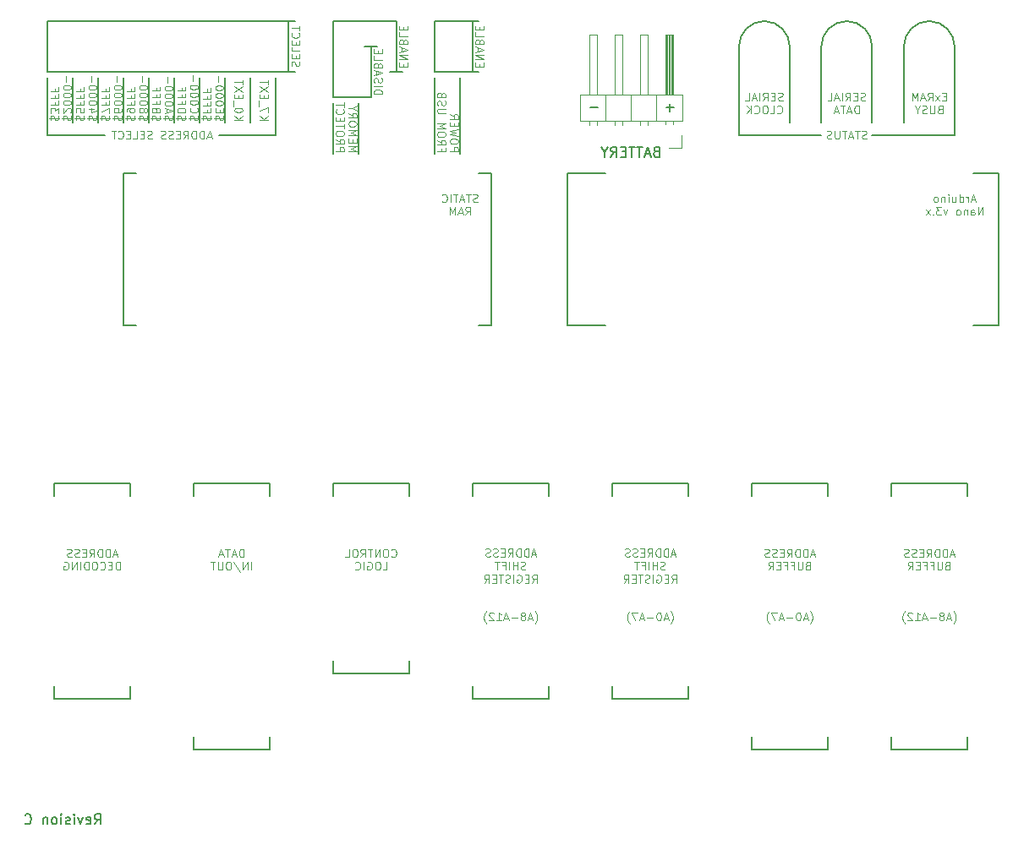
<source format=gbo>
G04 #@! TF.GenerationSoftware,KiCad,Pcbnew,(5.1.5)-3*
G04 #@! TF.CreationDate,2020-10-17T00:03:51+02:00*
G04 #@! TF.ProjectId,RC1 8K ExRAM,52433120-384b-4204-9578-52414d2e6b69,rev?*
G04 #@! TF.SameCoordinates,Original*
G04 #@! TF.FileFunction,Legend,Bot*
G04 #@! TF.FilePolarity,Positive*
%FSLAX46Y46*%
G04 Gerber Fmt 4.6, Leading zero omitted, Abs format (unit mm)*
G04 Created by KiCad (PCBNEW (5.1.5)-3) date 2020-10-17 00:03:51*
%MOMM*%
%LPD*%
G04 APERTURE LIST*
%ADD10C,0.150000*%
%ADD11C,0.100000*%
%ADD12C,0.200000*%
%ADD13C,0.120000*%
G04 APERTURE END LIST*
D10*
X153479452Y-74048928D02*
X152717547Y-74048928D01*
X161099452Y-74048928D02*
X160337547Y-74048928D01*
X160718500Y-74429880D02*
X160718500Y-73667976D01*
D11*
X191306190Y-83303333D02*
X190925238Y-83303333D01*
X191382380Y-83531904D02*
X191115714Y-82731904D01*
X190849047Y-83531904D01*
X190582380Y-83531904D02*
X190582380Y-82998571D01*
X190582380Y-83150952D02*
X190544285Y-83074761D01*
X190506190Y-83036666D01*
X190430000Y-82998571D01*
X190353809Y-82998571D01*
X189744285Y-83531904D02*
X189744285Y-82731904D01*
X189744285Y-83493809D02*
X189820476Y-83531904D01*
X189972857Y-83531904D01*
X190049047Y-83493809D01*
X190087142Y-83455714D01*
X190125238Y-83379523D01*
X190125238Y-83150952D01*
X190087142Y-83074761D01*
X190049047Y-83036666D01*
X189972857Y-82998571D01*
X189820476Y-82998571D01*
X189744285Y-83036666D01*
X189020476Y-82998571D02*
X189020476Y-83531904D01*
X189363333Y-82998571D02*
X189363333Y-83417619D01*
X189325238Y-83493809D01*
X189249047Y-83531904D01*
X189134761Y-83531904D01*
X189058571Y-83493809D01*
X189020476Y-83455714D01*
X188639523Y-83531904D02*
X188639523Y-82998571D01*
X188639523Y-82731904D02*
X188677619Y-82770000D01*
X188639523Y-82808095D01*
X188601428Y-82770000D01*
X188639523Y-82731904D01*
X188639523Y-82808095D01*
X188258571Y-82998571D02*
X188258571Y-83531904D01*
X188258571Y-83074761D02*
X188220476Y-83036666D01*
X188144285Y-82998571D01*
X188030000Y-82998571D01*
X187953809Y-83036666D01*
X187915714Y-83112857D01*
X187915714Y-83531904D01*
X187420476Y-83531904D02*
X187496666Y-83493809D01*
X187534761Y-83455714D01*
X187572857Y-83379523D01*
X187572857Y-83150952D01*
X187534761Y-83074761D01*
X187496666Y-83036666D01*
X187420476Y-82998571D01*
X187306190Y-82998571D01*
X187230000Y-83036666D01*
X187191904Y-83074761D01*
X187153809Y-83150952D01*
X187153809Y-83379523D01*
X187191904Y-83455714D01*
X187230000Y-83493809D01*
X187306190Y-83531904D01*
X187420476Y-83531904D01*
X192049047Y-84831904D02*
X192049047Y-84031904D01*
X191591904Y-84831904D01*
X191591904Y-84031904D01*
X190868095Y-84831904D02*
X190868095Y-84412857D01*
X190906190Y-84336666D01*
X190982380Y-84298571D01*
X191134761Y-84298571D01*
X191210952Y-84336666D01*
X190868095Y-84793809D02*
X190944285Y-84831904D01*
X191134761Y-84831904D01*
X191210952Y-84793809D01*
X191249047Y-84717619D01*
X191249047Y-84641428D01*
X191210952Y-84565238D01*
X191134761Y-84527142D01*
X190944285Y-84527142D01*
X190868095Y-84489047D01*
X190487142Y-84298571D02*
X190487142Y-84831904D01*
X190487142Y-84374761D02*
X190449047Y-84336666D01*
X190372857Y-84298571D01*
X190258571Y-84298571D01*
X190182380Y-84336666D01*
X190144285Y-84412857D01*
X190144285Y-84831904D01*
X189649047Y-84831904D02*
X189725238Y-84793809D01*
X189763333Y-84755714D01*
X189801428Y-84679523D01*
X189801428Y-84450952D01*
X189763333Y-84374761D01*
X189725238Y-84336666D01*
X189649047Y-84298571D01*
X189534761Y-84298571D01*
X189458571Y-84336666D01*
X189420476Y-84374761D01*
X189382380Y-84450952D01*
X189382380Y-84679523D01*
X189420476Y-84755714D01*
X189458571Y-84793809D01*
X189534761Y-84831904D01*
X189649047Y-84831904D01*
X188506190Y-84298571D02*
X188315714Y-84831904D01*
X188125238Y-84298571D01*
X187896666Y-84031904D02*
X187401428Y-84031904D01*
X187668095Y-84336666D01*
X187553809Y-84336666D01*
X187477619Y-84374761D01*
X187439523Y-84412857D01*
X187401428Y-84489047D01*
X187401428Y-84679523D01*
X187439523Y-84755714D01*
X187477619Y-84793809D01*
X187553809Y-84831904D01*
X187782380Y-84831904D01*
X187858571Y-84793809D01*
X187896666Y-84755714D01*
X187058571Y-84755714D02*
X187020476Y-84793809D01*
X187058571Y-84831904D01*
X187096666Y-84793809D01*
X187058571Y-84755714D01*
X187058571Y-84831904D01*
X186753809Y-84831904D02*
X186334761Y-84298571D01*
X186753809Y-84298571D02*
X186334761Y-84831904D01*
X141471428Y-83493809D02*
X141357142Y-83531904D01*
X141166666Y-83531904D01*
X141090476Y-83493809D01*
X141052380Y-83455714D01*
X141014285Y-83379523D01*
X141014285Y-83303333D01*
X141052380Y-83227142D01*
X141090476Y-83189047D01*
X141166666Y-83150952D01*
X141319047Y-83112857D01*
X141395238Y-83074761D01*
X141433333Y-83036666D01*
X141471428Y-82960476D01*
X141471428Y-82884285D01*
X141433333Y-82808095D01*
X141395238Y-82770000D01*
X141319047Y-82731904D01*
X141128571Y-82731904D01*
X141014285Y-82770000D01*
X140785714Y-82731904D02*
X140328571Y-82731904D01*
X140557142Y-83531904D02*
X140557142Y-82731904D01*
X140100000Y-83303333D02*
X139719047Y-83303333D01*
X140176190Y-83531904D02*
X139909523Y-82731904D01*
X139642857Y-83531904D01*
X139490476Y-82731904D02*
X139033333Y-82731904D01*
X139261904Y-83531904D02*
X139261904Y-82731904D01*
X138766666Y-83531904D02*
X138766666Y-82731904D01*
X137928571Y-83455714D02*
X137966666Y-83493809D01*
X138080952Y-83531904D01*
X138157142Y-83531904D01*
X138271428Y-83493809D01*
X138347619Y-83417619D01*
X138385714Y-83341428D01*
X138423809Y-83189047D01*
X138423809Y-83074761D01*
X138385714Y-82922380D01*
X138347619Y-82846190D01*
X138271428Y-82770000D01*
X138157142Y-82731904D01*
X138080952Y-82731904D01*
X137966666Y-82770000D01*
X137928571Y-82808095D01*
X140252380Y-84831904D02*
X140519047Y-84450952D01*
X140709523Y-84831904D02*
X140709523Y-84031904D01*
X140404761Y-84031904D01*
X140328571Y-84070000D01*
X140290476Y-84108095D01*
X140252380Y-84184285D01*
X140252380Y-84298571D01*
X140290476Y-84374761D01*
X140328571Y-84412857D01*
X140404761Y-84450952D01*
X140709523Y-84450952D01*
X139947619Y-84603333D02*
X139566666Y-84603333D01*
X140023809Y-84831904D02*
X139757142Y-84031904D01*
X139490476Y-84831904D01*
X139223809Y-84831904D02*
X139223809Y-84031904D01*
X138957142Y-84603333D01*
X138690476Y-84031904D01*
X138690476Y-84831904D01*
X105384285Y-118863333D02*
X105003333Y-118863333D01*
X105460476Y-119091904D02*
X105193809Y-118291904D01*
X104927142Y-119091904D01*
X104660476Y-119091904D02*
X104660476Y-118291904D01*
X104470000Y-118291904D01*
X104355714Y-118330000D01*
X104279523Y-118406190D01*
X104241428Y-118482380D01*
X104203333Y-118634761D01*
X104203333Y-118749047D01*
X104241428Y-118901428D01*
X104279523Y-118977619D01*
X104355714Y-119053809D01*
X104470000Y-119091904D01*
X104660476Y-119091904D01*
X103860476Y-119091904D02*
X103860476Y-118291904D01*
X103670000Y-118291904D01*
X103555714Y-118330000D01*
X103479523Y-118406190D01*
X103441428Y-118482380D01*
X103403333Y-118634761D01*
X103403333Y-118749047D01*
X103441428Y-118901428D01*
X103479523Y-118977619D01*
X103555714Y-119053809D01*
X103670000Y-119091904D01*
X103860476Y-119091904D01*
X102603333Y-119091904D02*
X102870000Y-118710952D01*
X103060476Y-119091904D02*
X103060476Y-118291904D01*
X102755714Y-118291904D01*
X102679523Y-118330000D01*
X102641428Y-118368095D01*
X102603333Y-118444285D01*
X102603333Y-118558571D01*
X102641428Y-118634761D01*
X102679523Y-118672857D01*
X102755714Y-118710952D01*
X103060476Y-118710952D01*
X102260476Y-118672857D02*
X101993809Y-118672857D01*
X101879523Y-119091904D02*
X102260476Y-119091904D01*
X102260476Y-118291904D01*
X101879523Y-118291904D01*
X101574761Y-119053809D02*
X101460476Y-119091904D01*
X101270000Y-119091904D01*
X101193809Y-119053809D01*
X101155714Y-119015714D01*
X101117619Y-118939523D01*
X101117619Y-118863333D01*
X101155714Y-118787142D01*
X101193809Y-118749047D01*
X101270000Y-118710952D01*
X101422380Y-118672857D01*
X101498571Y-118634761D01*
X101536666Y-118596666D01*
X101574761Y-118520476D01*
X101574761Y-118444285D01*
X101536666Y-118368095D01*
X101498571Y-118330000D01*
X101422380Y-118291904D01*
X101231904Y-118291904D01*
X101117619Y-118330000D01*
X100812857Y-119053809D02*
X100698571Y-119091904D01*
X100508095Y-119091904D01*
X100431904Y-119053809D01*
X100393809Y-119015714D01*
X100355714Y-118939523D01*
X100355714Y-118863333D01*
X100393809Y-118787142D01*
X100431904Y-118749047D01*
X100508095Y-118710952D01*
X100660476Y-118672857D01*
X100736666Y-118634761D01*
X100774761Y-118596666D01*
X100812857Y-118520476D01*
X100812857Y-118444285D01*
X100774761Y-118368095D01*
X100736666Y-118330000D01*
X100660476Y-118291904D01*
X100470000Y-118291904D01*
X100355714Y-118330000D01*
X105670000Y-120391904D02*
X105670000Y-119591904D01*
X105479523Y-119591904D01*
X105365238Y-119630000D01*
X105289047Y-119706190D01*
X105250952Y-119782380D01*
X105212857Y-119934761D01*
X105212857Y-120049047D01*
X105250952Y-120201428D01*
X105289047Y-120277619D01*
X105365238Y-120353809D01*
X105479523Y-120391904D01*
X105670000Y-120391904D01*
X104870000Y-119972857D02*
X104603333Y-119972857D01*
X104489047Y-120391904D02*
X104870000Y-120391904D01*
X104870000Y-119591904D01*
X104489047Y-119591904D01*
X103689047Y-120315714D02*
X103727142Y-120353809D01*
X103841428Y-120391904D01*
X103917619Y-120391904D01*
X104031904Y-120353809D01*
X104108095Y-120277619D01*
X104146190Y-120201428D01*
X104184285Y-120049047D01*
X104184285Y-119934761D01*
X104146190Y-119782380D01*
X104108095Y-119706190D01*
X104031904Y-119630000D01*
X103917619Y-119591904D01*
X103841428Y-119591904D01*
X103727142Y-119630000D01*
X103689047Y-119668095D01*
X103193809Y-119591904D02*
X103041428Y-119591904D01*
X102965238Y-119630000D01*
X102889047Y-119706190D01*
X102850952Y-119858571D01*
X102850952Y-120125238D01*
X102889047Y-120277619D01*
X102965238Y-120353809D01*
X103041428Y-120391904D01*
X103193809Y-120391904D01*
X103270000Y-120353809D01*
X103346190Y-120277619D01*
X103384285Y-120125238D01*
X103384285Y-119858571D01*
X103346190Y-119706190D01*
X103270000Y-119630000D01*
X103193809Y-119591904D01*
X102508095Y-120391904D02*
X102508095Y-119591904D01*
X102317619Y-119591904D01*
X102203333Y-119630000D01*
X102127142Y-119706190D01*
X102089047Y-119782380D01*
X102050952Y-119934761D01*
X102050952Y-120049047D01*
X102089047Y-120201428D01*
X102127142Y-120277619D01*
X102203333Y-120353809D01*
X102317619Y-120391904D01*
X102508095Y-120391904D01*
X101708095Y-120391904D02*
X101708095Y-119591904D01*
X101327142Y-120391904D02*
X101327142Y-119591904D01*
X100870000Y-120391904D01*
X100870000Y-119591904D01*
X100070000Y-119630000D02*
X100146190Y-119591904D01*
X100260476Y-119591904D01*
X100374761Y-119630000D01*
X100450952Y-119706190D01*
X100489047Y-119782380D01*
X100527142Y-119934761D01*
X100527142Y-120049047D01*
X100489047Y-120201428D01*
X100450952Y-120277619D01*
X100374761Y-120353809D01*
X100260476Y-120391904D01*
X100184285Y-120391904D01*
X100070000Y-120353809D01*
X100031904Y-120315714D01*
X100031904Y-120049047D01*
X100184285Y-120049047D01*
X118040000Y-119091904D02*
X118040000Y-118291904D01*
X117849523Y-118291904D01*
X117735238Y-118330000D01*
X117659047Y-118406190D01*
X117620952Y-118482380D01*
X117582857Y-118634761D01*
X117582857Y-118749047D01*
X117620952Y-118901428D01*
X117659047Y-118977619D01*
X117735238Y-119053809D01*
X117849523Y-119091904D01*
X118040000Y-119091904D01*
X117278095Y-118863333D02*
X116897142Y-118863333D01*
X117354285Y-119091904D02*
X117087619Y-118291904D01*
X116820952Y-119091904D01*
X116668571Y-118291904D02*
X116211428Y-118291904D01*
X116440000Y-119091904D02*
X116440000Y-118291904D01*
X115982857Y-118863333D02*
X115601904Y-118863333D01*
X116059047Y-119091904D02*
X115792380Y-118291904D01*
X115525714Y-119091904D01*
X118820952Y-120391904D02*
X118820952Y-119591904D01*
X118440000Y-120391904D02*
X118440000Y-119591904D01*
X117982857Y-120391904D01*
X117982857Y-119591904D01*
X117030476Y-119553809D02*
X117716190Y-120582380D01*
X116611428Y-119591904D02*
X116459047Y-119591904D01*
X116382857Y-119630000D01*
X116306666Y-119706190D01*
X116268571Y-119858571D01*
X116268571Y-120125238D01*
X116306666Y-120277619D01*
X116382857Y-120353809D01*
X116459047Y-120391904D01*
X116611428Y-120391904D01*
X116687619Y-120353809D01*
X116763809Y-120277619D01*
X116801904Y-120125238D01*
X116801904Y-119858571D01*
X116763809Y-119706190D01*
X116687619Y-119630000D01*
X116611428Y-119591904D01*
X115925714Y-119591904D02*
X115925714Y-120239523D01*
X115887619Y-120315714D01*
X115849523Y-120353809D01*
X115773333Y-120391904D01*
X115620952Y-120391904D01*
X115544761Y-120353809D01*
X115506666Y-120315714D01*
X115468571Y-120239523D01*
X115468571Y-119591904D01*
X115201904Y-119591904D02*
X114744761Y-119591904D01*
X114973333Y-120391904D02*
X114973333Y-119591904D01*
X189128095Y-125761666D02*
X189166190Y-125723571D01*
X189242380Y-125609285D01*
X189280476Y-125533095D01*
X189318571Y-125418809D01*
X189356666Y-125228333D01*
X189356666Y-125075952D01*
X189318571Y-124885476D01*
X189280476Y-124771190D01*
X189242380Y-124695000D01*
X189166190Y-124580714D01*
X189128095Y-124542619D01*
X188861428Y-125228333D02*
X188480476Y-125228333D01*
X188937619Y-125456904D02*
X188670952Y-124656904D01*
X188404285Y-125456904D01*
X188023333Y-124999761D02*
X188099523Y-124961666D01*
X188137619Y-124923571D01*
X188175714Y-124847380D01*
X188175714Y-124809285D01*
X188137619Y-124733095D01*
X188099523Y-124695000D01*
X188023333Y-124656904D01*
X187870952Y-124656904D01*
X187794761Y-124695000D01*
X187756666Y-124733095D01*
X187718571Y-124809285D01*
X187718571Y-124847380D01*
X187756666Y-124923571D01*
X187794761Y-124961666D01*
X187870952Y-124999761D01*
X188023333Y-124999761D01*
X188099523Y-125037857D01*
X188137619Y-125075952D01*
X188175714Y-125152142D01*
X188175714Y-125304523D01*
X188137619Y-125380714D01*
X188099523Y-125418809D01*
X188023333Y-125456904D01*
X187870952Y-125456904D01*
X187794761Y-125418809D01*
X187756666Y-125380714D01*
X187718571Y-125304523D01*
X187718571Y-125152142D01*
X187756666Y-125075952D01*
X187794761Y-125037857D01*
X187870952Y-124999761D01*
X187375714Y-125152142D02*
X186766190Y-125152142D01*
X186423333Y-125228333D02*
X186042380Y-125228333D01*
X186499523Y-125456904D02*
X186232857Y-124656904D01*
X185966190Y-125456904D01*
X185280476Y-125456904D02*
X185737619Y-125456904D01*
X185509047Y-125456904D02*
X185509047Y-124656904D01*
X185585238Y-124771190D01*
X185661428Y-124847380D01*
X185737619Y-124885476D01*
X184975714Y-124733095D02*
X184937619Y-124695000D01*
X184861428Y-124656904D01*
X184670952Y-124656904D01*
X184594761Y-124695000D01*
X184556666Y-124733095D01*
X184518571Y-124809285D01*
X184518571Y-124885476D01*
X184556666Y-124999761D01*
X185013809Y-125456904D01*
X184518571Y-125456904D01*
X184251904Y-125761666D02*
X184213809Y-125723571D01*
X184137619Y-125609285D01*
X184099523Y-125533095D01*
X184061428Y-125418809D01*
X184023333Y-125228333D01*
X184023333Y-125075952D01*
X184061428Y-124885476D01*
X184099523Y-124771190D01*
X184137619Y-124695000D01*
X184213809Y-124580714D01*
X184251904Y-124542619D01*
X174777142Y-125761666D02*
X174815238Y-125723571D01*
X174891428Y-125609285D01*
X174929523Y-125533095D01*
X174967619Y-125418809D01*
X175005714Y-125228333D01*
X175005714Y-125075952D01*
X174967619Y-124885476D01*
X174929523Y-124771190D01*
X174891428Y-124695000D01*
X174815238Y-124580714D01*
X174777142Y-124542619D01*
X174510476Y-125228333D02*
X174129523Y-125228333D01*
X174586666Y-125456904D02*
X174320000Y-124656904D01*
X174053333Y-125456904D01*
X173634285Y-124656904D02*
X173558095Y-124656904D01*
X173481904Y-124695000D01*
X173443809Y-124733095D01*
X173405714Y-124809285D01*
X173367619Y-124961666D01*
X173367619Y-125152142D01*
X173405714Y-125304523D01*
X173443809Y-125380714D01*
X173481904Y-125418809D01*
X173558095Y-125456904D01*
X173634285Y-125456904D01*
X173710476Y-125418809D01*
X173748571Y-125380714D01*
X173786666Y-125304523D01*
X173824761Y-125152142D01*
X173824761Y-124961666D01*
X173786666Y-124809285D01*
X173748571Y-124733095D01*
X173710476Y-124695000D01*
X173634285Y-124656904D01*
X173024761Y-125152142D02*
X172415238Y-125152142D01*
X172072380Y-125228333D02*
X171691428Y-125228333D01*
X172148571Y-125456904D02*
X171881904Y-124656904D01*
X171615238Y-125456904D01*
X171424761Y-124656904D02*
X170891428Y-124656904D01*
X171234285Y-125456904D01*
X170662857Y-125761666D02*
X170624761Y-125723571D01*
X170548571Y-125609285D01*
X170510476Y-125533095D01*
X170472380Y-125418809D01*
X170434285Y-125228333D01*
X170434285Y-125075952D01*
X170472380Y-124885476D01*
X170510476Y-124771190D01*
X170548571Y-124695000D01*
X170624761Y-124580714D01*
X170662857Y-124542619D01*
X147218095Y-125761666D02*
X147256190Y-125723571D01*
X147332380Y-125609285D01*
X147370476Y-125533095D01*
X147408571Y-125418809D01*
X147446666Y-125228333D01*
X147446666Y-125075952D01*
X147408571Y-124885476D01*
X147370476Y-124771190D01*
X147332380Y-124695000D01*
X147256190Y-124580714D01*
X147218095Y-124542619D01*
X146951428Y-125228333D02*
X146570476Y-125228333D01*
X147027619Y-125456904D02*
X146760952Y-124656904D01*
X146494285Y-125456904D01*
X146113333Y-124999761D02*
X146189523Y-124961666D01*
X146227619Y-124923571D01*
X146265714Y-124847380D01*
X146265714Y-124809285D01*
X146227619Y-124733095D01*
X146189523Y-124695000D01*
X146113333Y-124656904D01*
X145960952Y-124656904D01*
X145884761Y-124695000D01*
X145846666Y-124733095D01*
X145808571Y-124809285D01*
X145808571Y-124847380D01*
X145846666Y-124923571D01*
X145884761Y-124961666D01*
X145960952Y-124999761D01*
X146113333Y-124999761D01*
X146189523Y-125037857D01*
X146227619Y-125075952D01*
X146265714Y-125152142D01*
X146265714Y-125304523D01*
X146227619Y-125380714D01*
X146189523Y-125418809D01*
X146113333Y-125456904D01*
X145960952Y-125456904D01*
X145884761Y-125418809D01*
X145846666Y-125380714D01*
X145808571Y-125304523D01*
X145808571Y-125152142D01*
X145846666Y-125075952D01*
X145884761Y-125037857D01*
X145960952Y-124999761D01*
X145465714Y-125152142D02*
X144856190Y-125152142D01*
X144513333Y-125228333D02*
X144132380Y-125228333D01*
X144589523Y-125456904D02*
X144322857Y-124656904D01*
X144056190Y-125456904D01*
X143370476Y-125456904D02*
X143827619Y-125456904D01*
X143599047Y-125456904D02*
X143599047Y-124656904D01*
X143675238Y-124771190D01*
X143751428Y-124847380D01*
X143827619Y-124885476D01*
X143065714Y-124733095D02*
X143027619Y-124695000D01*
X142951428Y-124656904D01*
X142760952Y-124656904D01*
X142684761Y-124695000D01*
X142646666Y-124733095D01*
X142608571Y-124809285D01*
X142608571Y-124885476D01*
X142646666Y-124999761D01*
X143103809Y-125456904D01*
X142608571Y-125456904D01*
X142341904Y-125761666D02*
X142303809Y-125723571D01*
X142227619Y-125609285D01*
X142189523Y-125533095D01*
X142151428Y-125418809D01*
X142113333Y-125228333D01*
X142113333Y-125075952D01*
X142151428Y-124885476D01*
X142189523Y-124771190D01*
X142227619Y-124695000D01*
X142303809Y-124580714D01*
X142341904Y-124542619D01*
X160807142Y-125761666D02*
X160845238Y-125723571D01*
X160921428Y-125609285D01*
X160959523Y-125533095D01*
X160997619Y-125418809D01*
X161035714Y-125228333D01*
X161035714Y-125075952D01*
X160997619Y-124885476D01*
X160959523Y-124771190D01*
X160921428Y-124695000D01*
X160845238Y-124580714D01*
X160807142Y-124542619D01*
X160540476Y-125228333D02*
X160159523Y-125228333D01*
X160616666Y-125456904D02*
X160350000Y-124656904D01*
X160083333Y-125456904D01*
X159664285Y-124656904D02*
X159588095Y-124656904D01*
X159511904Y-124695000D01*
X159473809Y-124733095D01*
X159435714Y-124809285D01*
X159397619Y-124961666D01*
X159397619Y-125152142D01*
X159435714Y-125304523D01*
X159473809Y-125380714D01*
X159511904Y-125418809D01*
X159588095Y-125456904D01*
X159664285Y-125456904D01*
X159740476Y-125418809D01*
X159778571Y-125380714D01*
X159816666Y-125304523D01*
X159854761Y-125152142D01*
X159854761Y-124961666D01*
X159816666Y-124809285D01*
X159778571Y-124733095D01*
X159740476Y-124695000D01*
X159664285Y-124656904D01*
X159054761Y-125152142D02*
X158445238Y-125152142D01*
X158102380Y-125228333D02*
X157721428Y-125228333D01*
X158178571Y-125456904D02*
X157911904Y-124656904D01*
X157645238Y-125456904D01*
X157454761Y-124656904D02*
X156921428Y-124656904D01*
X157264285Y-125456904D01*
X156692857Y-125761666D02*
X156654761Y-125723571D01*
X156578571Y-125609285D01*
X156540476Y-125533095D01*
X156502380Y-125418809D01*
X156464285Y-125228333D01*
X156464285Y-125075952D01*
X156502380Y-124885476D01*
X156540476Y-124771190D01*
X156578571Y-124695000D01*
X156654761Y-124580714D01*
X156692857Y-124542619D01*
X189204285Y-118863333D02*
X188823333Y-118863333D01*
X189280476Y-119091904D02*
X189013809Y-118291904D01*
X188747142Y-119091904D01*
X188480476Y-119091904D02*
X188480476Y-118291904D01*
X188290000Y-118291904D01*
X188175714Y-118330000D01*
X188099523Y-118406190D01*
X188061428Y-118482380D01*
X188023333Y-118634761D01*
X188023333Y-118749047D01*
X188061428Y-118901428D01*
X188099523Y-118977619D01*
X188175714Y-119053809D01*
X188290000Y-119091904D01*
X188480476Y-119091904D01*
X187680476Y-119091904D02*
X187680476Y-118291904D01*
X187490000Y-118291904D01*
X187375714Y-118330000D01*
X187299523Y-118406190D01*
X187261428Y-118482380D01*
X187223333Y-118634761D01*
X187223333Y-118749047D01*
X187261428Y-118901428D01*
X187299523Y-118977619D01*
X187375714Y-119053809D01*
X187490000Y-119091904D01*
X187680476Y-119091904D01*
X186423333Y-119091904D02*
X186690000Y-118710952D01*
X186880476Y-119091904D02*
X186880476Y-118291904D01*
X186575714Y-118291904D01*
X186499523Y-118330000D01*
X186461428Y-118368095D01*
X186423333Y-118444285D01*
X186423333Y-118558571D01*
X186461428Y-118634761D01*
X186499523Y-118672857D01*
X186575714Y-118710952D01*
X186880476Y-118710952D01*
X186080476Y-118672857D02*
X185813809Y-118672857D01*
X185699523Y-119091904D02*
X186080476Y-119091904D01*
X186080476Y-118291904D01*
X185699523Y-118291904D01*
X185394761Y-119053809D02*
X185280476Y-119091904D01*
X185090000Y-119091904D01*
X185013809Y-119053809D01*
X184975714Y-119015714D01*
X184937619Y-118939523D01*
X184937619Y-118863333D01*
X184975714Y-118787142D01*
X185013809Y-118749047D01*
X185090000Y-118710952D01*
X185242380Y-118672857D01*
X185318571Y-118634761D01*
X185356666Y-118596666D01*
X185394761Y-118520476D01*
X185394761Y-118444285D01*
X185356666Y-118368095D01*
X185318571Y-118330000D01*
X185242380Y-118291904D01*
X185051904Y-118291904D01*
X184937619Y-118330000D01*
X184632857Y-119053809D02*
X184518571Y-119091904D01*
X184328095Y-119091904D01*
X184251904Y-119053809D01*
X184213809Y-119015714D01*
X184175714Y-118939523D01*
X184175714Y-118863333D01*
X184213809Y-118787142D01*
X184251904Y-118749047D01*
X184328095Y-118710952D01*
X184480476Y-118672857D01*
X184556666Y-118634761D01*
X184594761Y-118596666D01*
X184632857Y-118520476D01*
X184632857Y-118444285D01*
X184594761Y-118368095D01*
X184556666Y-118330000D01*
X184480476Y-118291904D01*
X184290000Y-118291904D01*
X184175714Y-118330000D01*
X188499523Y-119972857D02*
X188385238Y-120010952D01*
X188347142Y-120049047D01*
X188309047Y-120125238D01*
X188309047Y-120239523D01*
X188347142Y-120315714D01*
X188385238Y-120353809D01*
X188461428Y-120391904D01*
X188766190Y-120391904D01*
X188766190Y-119591904D01*
X188499523Y-119591904D01*
X188423333Y-119630000D01*
X188385238Y-119668095D01*
X188347142Y-119744285D01*
X188347142Y-119820476D01*
X188385238Y-119896666D01*
X188423333Y-119934761D01*
X188499523Y-119972857D01*
X188766190Y-119972857D01*
X187966190Y-119591904D02*
X187966190Y-120239523D01*
X187928095Y-120315714D01*
X187890000Y-120353809D01*
X187813809Y-120391904D01*
X187661428Y-120391904D01*
X187585238Y-120353809D01*
X187547142Y-120315714D01*
X187509047Y-120239523D01*
X187509047Y-119591904D01*
X186861428Y-119972857D02*
X187128095Y-119972857D01*
X187128095Y-120391904D02*
X187128095Y-119591904D01*
X186747142Y-119591904D01*
X186175714Y-119972857D02*
X186442380Y-119972857D01*
X186442380Y-120391904D02*
X186442380Y-119591904D01*
X186061428Y-119591904D01*
X185756666Y-119972857D02*
X185490000Y-119972857D01*
X185375714Y-120391904D02*
X185756666Y-120391904D01*
X185756666Y-119591904D01*
X185375714Y-119591904D01*
X184575714Y-120391904D02*
X184842380Y-120010952D01*
X185032857Y-120391904D02*
X185032857Y-119591904D01*
X184728095Y-119591904D01*
X184651904Y-119630000D01*
X184613809Y-119668095D01*
X184575714Y-119744285D01*
X184575714Y-119858571D01*
X184613809Y-119934761D01*
X184651904Y-119972857D01*
X184728095Y-120010952D01*
X185032857Y-120010952D01*
X175234285Y-118863333D02*
X174853333Y-118863333D01*
X175310476Y-119091904D02*
X175043809Y-118291904D01*
X174777142Y-119091904D01*
X174510476Y-119091904D02*
X174510476Y-118291904D01*
X174320000Y-118291904D01*
X174205714Y-118330000D01*
X174129523Y-118406190D01*
X174091428Y-118482380D01*
X174053333Y-118634761D01*
X174053333Y-118749047D01*
X174091428Y-118901428D01*
X174129523Y-118977619D01*
X174205714Y-119053809D01*
X174320000Y-119091904D01*
X174510476Y-119091904D01*
X173710476Y-119091904D02*
X173710476Y-118291904D01*
X173520000Y-118291904D01*
X173405714Y-118330000D01*
X173329523Y-118406190D01*
X173291428Y-118482380D01*
X173253333Y-118634761D01*
X173253333Y-118749047D01*
X173291428Y-118901428D01*
X173329523Y-118977619D01*
X173405714Y-119053809D01*
X173520000Y-119091904D01*
X173710476Y-119091904D01*
X172453333Y-119091904D02*
X172720000Y-118710952D01*
X172910476Y-119091904D02*
X172910476Y-118291904D01*
X172605714Y-118291904D01*
X172529523Y-118330000D01*
X172491428Y-118368095D01*
X172453333Y-118444285D01*
X172453333Y-118558571D01*
X172491428Y-118634761D01*
X172529523Y-118672857D01*
X172605714Y-118710952D01*
X172910476Y-118710952D01*
X172110476Y-118672857D02*
X171843809Y-118672857D01*
X171729523Y-119091904D02*
X172110476Y-119091904D01*
X172110476Y-118291904D01*
X171729523Y-118291904D01*
X171424761Y-119053809D02*
X171310476Y-119091904D01*
X171120000Y-119091904D01*
X171043809Y-119053809D01*
X171005714Y-119015714D01*
X170967619Y-118939523D01*
X170967619Y-118863333D01*
X171005714Y-118787142D01*
X171043809Y-118749047D01*
X171120000Y-118710952D01*
X171272380Y-118672857D01*
X171348571Y-118634761D01*
X171386666Y-118596666D01*
X171424761Y-118520476D01*
X171424761Y-118444285D01*
X171386666Y-118368095D01*
X171348571Y-118330000D01*
X171272380Y-118291904D01*
X171081904Y-118291904D01*
X170967619Y-118330000D01*
X170662857Y-119053809D02*
X170548571Y-119091904D01*
X170358095Y-119091904D01*
X170281904Y-119053809D01*
X170243809Y-119015714D01*
X170205714Y-118939523D01*
X170205714Y-118863333D01*
X170243809Y-118787142D01*
X170281904Y-118749047D01*
X170358095Y-118710952D01*
X170510476Y-118672857D01*
X170586666Y-118634761D01*
X170624761Y-118596666D01*
X170662857Y-118520476D01*
X170662857Y-118444285D01*
X170624761Y-118368095D01*
X170586666Y-118330000D01*
X170510476Y-118291904D01*
X170320000Y-118291904D01*
X170205714Y-118330000D01*
X174529523Y-119972857D02*
X174415238Y-120010952D01*
X174377142Y-120049047D01*
X174339047Y-120125238D01*
X174339047Y-120239523D01*
X174377142Y-120315714D01*
X174415238Y-120353809D01*
X174491428Y-120391904D01*
X174796190Y-120391904D01*
X174796190Y-119591904D01*
X174529523Y-119591904D01*
X174453333Y-119630000D01*
X174415238Y-119668095D01*
X174377142Y-119744285D01*
X174377142Y-119820476D01*
X174415238Y-119896666D01*
X174453333Y-119934761D01*
X174529523Y-119972857D01*
X174796190Y-119972857D01*
X173996190Y-119591904D02*
X173996190Y-120239523D01*
X173958095Y-120315714D01*
X173920000Y-120353809D01*
X173843809Y-120391904D01*
X173691428Y-120391904D01*
X173615238Y-120353809D01*
X173577142Y-120315714D01*
X173539047Y-120239523D01*
X173539047Y-119591904D01*
X172891428Y-119972857D02*
X173158095Y-119972857D01*
X173158095Y-120391904D02*
X173158095Y-119591904D01*
X172777142Y-119591904D01*
X172205714Y-119972857D02*
X172472380Y-119972857D01*
X172472380Y-120391904D02*
X172472380Y-119591904D01*
X172091428Y-119591904D01*
X171786666Y-119972857D02*
X171520000Y-119972857D01*
X171405714Y-120391904D02*
X171786666Y-120391904D01*
X171786666Y-119591904D01*
X171405714Y-119591904D01*
X170605714Y-120391904D02*
X170872380Y-120010952D01*
X171062857Y-120391904D02*
X171062857Y-119591904D01*
X170758095Y-119591904D01*
X170681904Y-119630000D01*
X170643809Y-119668095D01*
X170605714Y-119744285D01*
X170605714Y-119858571D01*
X170643809Y-119934761D01*
X170681904Y-119972857D01*
X170758095Y-120010952D01*
X171062857Y-120010952D01*
X161264285Y-118848333D02*
X160883333Y-118848333D01*
X161340476Y-119076904D02*
X161073809Y-118276904D01*
X160807142Y-119076904D01*
X160540476Y-119076904D02*
X160540476Y-118276904D01*
X160350000Y-118276904D01*
X160235714Y-118315000D01*
X160159523Y-118391190D01*
X160121428Y-118467380D01*
X160083333Y-118619761D01*
X160083333Y-118734047D01*
X160121428Y-118886428D01*
X160159523Y-118962619D01*
X160235714Y-119038809D01*
X160350000Y-119076904D01*
X160540476Y-119076904D01*
X159740476Y-119076904D02*
X159740476Y-118276904D01*
X159550000Y-118276904D01*
X159435714Y-118315000D01*
X159359523Y-118391190D01*
X159321428Y-118467380D01*
X159283333Y-118619761D01*
X159283333Y-118734047D01*
X159321428Y-118886428D01*
X159359523Y-118962619D01*
X159435714Y-119038809D01*
X159550000Y-119076904D01*
X159740476Y-119076904D01*
X158483333Y-119076904D02*
X158750000Y-118695952D01*
X158940476Y-119076904D02*
X158940476Y-118276904D01*
X158635714Y-118276904D01*
X158559523Y-118315000D01*
X158521428Y-118353095D01*
X158483333Y-118429285D01*
X158483333Y-118543571D01*
X158521428Y-118619761D01*
X158559523Y-118657857D01*
X158635714Y-118695952D01*
X158940476Y-118695952D01*
X158140476Y-118657857D02*
X157873809Y-118657857D01*
X157759523Y-119076904D02*
X158140476Y-119076904D01*
X158140476Y-118276904D01*
X157759523Y-118276904D01*
X157454761Y-119038809D02*
X157340476Y-119076904D01*
X157150000Y-119076904D01*
X157073809Y-119038809D01*
X157035714Y-119000714D01*
X156997619Y-118924523D01*
X156997619Y-118848333D01*
X157035714Y-118772142D01*
X157073809Y-118734047D01*
X157150000Y-118695952D01*
X157302380Y-118657857D01*
X157378571Y-118619761D01*
X157416666Y-118581666D01*
X157454761Y-118505476D01*
X157454761Y-118429285D01*
X157416666Y-118353095D01*
X157378571Y-118315000D01*
X157302380Y-118276904D01*
X157111904Y-118276904D01*
X156997619Y-118315000D01*
X156692857Y-119038809D02*
X156578571Y-119076904D01*
X156388095Y-119076904D01*
X156311904Y-119038809D01*
X156273809Y-119000714D01*
X156235714Y-118924523D01*
X156235714Y-118848333D01*
X156273809Y-118772142D01*
X156311904Y-118734047D01*
X156388095Y-118695952D01*
X156540476Y-118657857D01*
X156616666Y-118619761D01*
X156654761Y-118581666D01*
X156692857Y-118505476D01*
X156692857Y-118429285D01*
X156654761Y-118353095D01*
X156616666Y-118315000D01*
X156540476Y-118276904D01*
X156350000Y-118276904D01*
X156235714Y-118315000D01*
X160235714Y-120338809D02*
X160121428Y-120376904D01*
X159930952Y-120376904D01*
X159854761Y-120338809D01*
X159816666Y-120300714D01*
X159778571Y-120224523D01*
X159778571Y-120148333D01*
X159816666Y-120072142D01*
X159854761Y-120034047D01*
X159930952Y-119995952D01*
X160083333Y-119957857D01*
X160159523Y-119919761D01*
X160197619Y-119881666D01*
X160235714Y-119805476D01*
X160235714Y-119729285D01*
X160197619Y-119653095D01*
X160159523Y-119615000D01*
X160083333Y-119576904D01*
X159892857Y-119576904D01*
X159778571Y-119615000D01*
X159435714Y-120376904D02*
X159435714Y-119576904D01*
X159435714Y-119957857D02*
X158978571Y-119957857D01*
X158978571Y-120376904D02*
X158978571Y-119576904D01*
X158597619Y-120376904D02*
X158597619Y-119576904D01*
X157950000Y-119957857D02*
X158216666Y-119957857D01*
X158216666Y-120376904D02*
X158216666Y-119576904D01*
X157835714Y-119576904D01*
X157645238Y-119576904D02*
X157188095Y-119576904D01*
X157416666Y-120376904D02*
X157416666Y-119576904D01*
X160902380Y-121676904D02*
X161169047Y-121295952D01*
X161359523Y-121676904D02*
X161359523Y-120876904D01*
X161054761Y-120876904D01*
X160978571Y-120915000D01*
X160940476Y-120953095D01*
X160902380Y-121029285D01*
X160902380Y-121143571D01*
X160940476Y-121219761D01*
X160978571Y-121257857D01*
X161054761Y-121295952D01*
X161359523Y-121295952D01*
X160559523Y-121257857D02*
X160292857Y-121257857D01*
X160178571Y-121676904D02*
X160559523Y-121676904D01*
X160559523Y-120876904D01*
X160178571Y-120876904D01*
X159416666Y-120915000D02*
X159492857Y-120876904D01*
X159607142Y-120876904D01*
X159721428Y-120915000D01*
X159797619Y-120991190D01*
X159835714Y-121067380D01*
X159873809Y-121219761D01*
X159873809Y-121334047D01*
X159835714Y-121486428D01*
X159797619Y-121562619D01*
X159721428Y-121638809D01*
X159607142Y-121676904D01*
X159530952Y-121676904D01*
X159416666Y-121638809D01*
X159378571Y-121600714D01*
X159378571Y-121334047D01*
X159530952Y-121334047D01*
X159035714Y-121676904D02*
X159035714Y-120876904D01*
X158692857Y-121638809D02*
X158578571Y-121676904D01*
X158388095Y-121676904D01*
X158311904Y-121638809D01*
X158273809Y-121600714D01*
X158235714Y-121524523D01*
X158235714Y-121448333D01*
X158273809Y-121372142D01*
X158311904Y-121334047D01*
X158388095Y-121295952D01*
X158540476Y-121257857D01*
X158616666Y-121219761D01*
X158654761Y-121181666D01*
X158692857Y-121105476D01*
X158692857Y-121029285D01*
X158654761Y-120953095D01*
X158616666Y-120915000D01*
X158540476Y-120876904D01*
X158350000Y-120876904D01*
X158235714Y-120915000D01*
X158007142Y-120876904D02*
X157550000Y-120876904D01*
X157778571Y-121676904D02*
X157778571Y-120876904D01*
X157283333Y-121257857D02*
X157016666Y-121257857D01*
X156902380Y-121676904D02*
X157283333Y-121676904D01*
X157283333Y-120876904D01*
X156902380Y-120876904D01*
X156102380Y-121676904D02*
X156369047Y-121295952D01*
X156559523Y-121676904D02*
X156559523Y-120876904D01*
X156254761Y-120876904D01*
X156178571Y-120915000D01*
X156140476Y-120953095D01*
X156102380Y-121029285D01*
X156102380Y-121143571D01*
X156140476Y-121219761D01*
X156178571Y-121257857D01*
X156254761Y-121295952D01*
X156559523Y-121295952D01*
X147294285Y-118848333D02*
X146913333Y-118848333D01*
X147370476Y-119076904D02*
X147103809Y-118276904D01*
X146837142Y-119076904D01*
X146570476Y-119076904D02*
X146570476Y-118276904D01*
X146380000Y-118276904D01*
X146265714Y-118315000D01*
X146189523Y-118391190D01*
X146151428Y-118467380D01*
X146113333Y-118619761D01*
X146113333Y-118734047D01*
X146151428Y-118886428D01*
X146189523Y-118962619D01*
X146265714Y-119038809D01*
X146380000Y-119076904D01*
X146570476Y-119076904D01*
X145770476Y-119076904D02*
X145770476Y-118276904D01*
X145580000Y-118276904D01*
X145465714Y-118315000D01*
X145389523Y-118391190D01*
X145351428Y-118467380D01*
X145313333Y-118619761D01*
X145313333Y-118734047D01*
X145351428Y-118886428D01*
X145389523Y-118962619D01*
X145465714Y-119038809D01*
X145580000Y-119076904D01*
X145770476Y-119076904D01*
X144513333Y-119076904D02*
X144780000Y-118695952D01*
X144970476Y-119076904D02*
X144970476Y-118276904D01*
X144665714Y-118276904D01*
X144589523Y-118315000D01*
X144551428Y-118353095D01*
X144513333Y-118429285D01*
X144513333Y-118543571D01*
X144551428Y-118619761D01*
X144589523Y-118657857D01*
X144665714Y-118695952D01*
X144970476Y-118695952D01*
X144170476Y-118657857D02*
X143903809Y-118657857D01*
X143789523Y-119076904D02*
X144170476Y-119076904D01*
X144170476Y-118276904D01*
X143789523Y-118276904D01*
X143484761Y-119038809D02*
X143370476Y-119076904D01*
X143180000Y-119076904D01*
X143103809Y-119038809D01*
X143065714Y-119000714D01*
X143027619Y-118924523D01*
X143027619Y-118848333D01*
X143065714Y-118772142D01*
X143103809Y-118734047D01*
X143180000Y-118695952D01*
X143332380Y-118657857D01*
X143408571Y-118619761D01*
X143446666Y-118581666D01*
X143484761Y-118505476D01*
X143484761Y-118429285D01*
X143446666Y-118353095D01*
X143408571Y-118315000D01*
X143332380Y-118276904D01*
X143141904Y-118276904D01*
X143027619Y-118315000D01*
X142722857Y-119038809D02*
X142608571Y-119076904D01*
X142418095Y-119076904D01*
X142341904Y-119038809D01*
X142303809Y-119000714D01*
X142265714Y-118924523D01*
X142265714Y-118848333D01*
X142303809Y-118772142D01*
X142341904Y-118734047D01*
X142418095Y-118695952D01*
X142570476Y-118657857D01*
X142646666Y-118619761D01*
X142684761Y-118581666D01*
X142722857Y-118505476D01*
X142722857Y-118429285D01*
X142684761Y-118353095D01*
X142646666Y-118315000D01*
X142570476Y-118276904D01*
X142380000Y-118276904D01*
X142265714Y-118315000D01*
X146265714Y-120338809D02*
X146151428Y-120376904D01*
X145960952Y-120376904D01*
X145884761Y-120338809D01*
X145846666Y-120300714D01*
X145808571Y-120224523D01*
X145808571Y-120148333D01*
X145846666Y-120072142D01*
X145884761Y-120034047D01*
X145960952Y-119995952D01*
X146113333Y-119957857D01*
X146189523Y-119919761D01*
X146227619Y-119881666D01*
X146265714Y-119805476D01*
X146265714Y-119729285D01*
X146227619Y-119653095D01*
X146189523Y-119615000D01*
X146113333Y-119576904D01*
X145922857Y-119576904D01*
X145808571Y-119615000D01*
X145465714Y-120376904D02*
X145465714Y-119576904D01*
X145465714Y-119957857D02*
X145008571Y-119957857D01*
X145008571Y-120376904D02*
X145008571Y-119576904D01*
X144627619Y-120376904D02*
X144627619Y-119576904D01*
X143980000Y-119957857D02*
X144246666Y-119957857D01*
X144246666Y-120376904D02*
X144246666Y-119576904D01*
X143865714Y-119576904D01*
X143675238Y-119576904D02*
X143218095Y-119576904D01*
X143446666Y-120376904D02*
X143446666Y-119576904D01*
X146932380Y-121676904D02*
X147199047Y-121295952D01*
X147389523Y-121676904D02*
X147389523Y-120876904D01*
X147084761Y-120876904D01*
X147008571Y-120915000D01*
X146970476Y-120953095D01*
X146932380Y-121029285D01*
X146932380Y-121143571D01*
X146970476Y-121219761D01*
X147008571Y-121257857D01*
X147084761Y-121295952D01*
X147389523Y-121295952D01*
X146589523Y-121257857D02*
X146322857Y-121257857D01*
X146208571Y-121676904D02*
X146589523Y-121676904D01*
X146589523Y-120876904D01*
X146208571Y-120876904D01*
X145446666Y-120915000D02*
X145522857Y-120876904D01*
X145637142Y-120876904D01*
X145751428Y-120915000D01*
X145827619Y-120991190D01*
X145865714Y-121067380D01*
X145903809Y-121219761D01*
X145903809Y-121334047D01*
X145865714Y-121486428D01*
X145827619Y-121562619D01*
X145751428Y-121638809D01*
X145637142Y-121676904D01*
X145560952Y-121676904D01*
X145446666Y-121638809D01*
X145408571Y-121600714D01*
X145408571Y-121334047D01*
X145560952Y-121334047D01*
X145065714Y-121676904D02*
X145065714Y-120876904D01*
X144722857Y-121638809D02*
X144608571Y-121676904D01*
X144418095Y-121676904D01*
X144341904Y-121638809D01*
X144303809Y-121600714D01*
X144265714Y-121524523D01*
X144265714Y-121448333D01*
X144303809Y-121372142D01*
X144341904Y-121334047D01*
X144418095Y-121295952D01*
X144570476Y-121257857D01*
X144646666Y-121219761D01*
X144684761Y-121181666D01*
X144722857Y-121105476D01*
X144722857Y-121029285D01*
X144684761Y-120953095D01*
X144646666Y-120915000D01*
X144570476Y-120876904D01*
X144380000Y-120876904D01*
X144265714Y-120915000D01*
X144037142Y-120876904D02*
X143580000Y-120876904D01*
X143808571Y-121676904D02*
X143808571Y-120876904D01*
X143313333Y-121257857D02*
X143046666Y-121257857D01*
X142932380Y-121676904D02*
X143313333Y-121676904D01*
X143313333Y-120876904D01*
X142932380Y-120876904D01*
X142132380Y-121676904D02*
X142399047Y-121295952D01*
X142589523Y-121676904D02*
X142589523Y-120876904D01*
X142284761Y-120876904D01*
X142208571Y-120915000D01*
X142170476Y-120953095D01*
X142132380Y-121029285D01*
X142132380Y-121143571D01*
X142170476Y-121219761D01*
X142208571Y-121257857D01*
X142284761Y-121295952D01*
X142589523Y-121295952D01*
X132848095Y-119015714D02*
X132886190Y-119053809D01*
X133000476Y-119091904D01*
X133076666Y-119091904D01*
X133190952Y-119053809D01*
X133267142Y-118977619D01*
X133305238Y-118901428D01*
X133343333Y-118749047D01*
X133343333Y-118634761D01*
X133305238Y-118482380D01*
X133267142Y-118406190D01*
X133190952Y-118330000D01*
X133076666Y-118291904D01*
X133000476Y-118291904D01*
X132886190Y-118330000D01*
X132848095Y-118368095D01*
X132352857Y-118291904D02*
X132200476Y-118291904D01*
X132124285Y-118330000D01*
X132048095Y-118406190D01*
X132010000Y-118558571D01*
X132010000Y-118825238D01*
X132048095Y-118977619D01*
X132124285Y-119053809D01*
X132200476Y-119091904D01*
X132352857Y-119091904D01*
X132429047Y-119053809D01*
X132505238Y-118977619D01*
X132543333Y-118825238D01*
X132543333Y-118558571D01*
X132505238Y-118406190D01*
X132429047Y-118330000D01*
X132352857Y-118291904D01*
X131667142Y-119091904D02*
X131667142Y-118291904D01*
X131210000Y-119091904D01*
X131210000Y-118291904D01*
X130943333Y-118291904D02*
X130486190Y-118291904D01*
X130714761Y-119091904D02*
X130714761Y-118291904D01*
X129762380Y-119091904D02*
X130029047Y-118710952D01*
X130219523Y-119091904D02*
X130219523Y-118291904D01*
X129914761Y-118291904D01*
X129838571Y-118330000D01*
X129800476Y-118368095D01*
X129762380Y-118444285D01*
X129762380Y-118558571D01*
X129800476Y-118634761D01*
X129838571Y-118672857D01*
X129914761Y-118710952D01*
X130219523Y-118710952D01*
X129267142Y-118291904D02*
X129114761Y-118291904D01*
X129038571Y-118330000D01*
X128962380Y-118406190D01*
X128924285Y-118558571D01*
X128924285Y-118825238D01*
X128962380Y-118977619D01*
X129038571Y-119053809D01*
X129114761Y-119091904D01*
X129267142Y-119091904D01*
X129343333Y-119053809D01*
X129419523Y-118977619D01*
X129457619Y-118825238D01*
X129457619Y-118558571D01*
X129419523Y-118406190D01*
X129343333Y-118330000D01*
X129267142Y-118291904D01*
X128200476Y-119091904D02*
X128581428Y-119091904D01*
X128581428Y-118291904D01*
X131971904Y-120391904D02*
X132352857Y-120391904D01*
X132352857Y-119591904D01*
X131552857Y-119591904D02*
X131400476Y-119591904D01*
X131324285Y-119630000D01*
X131248095Y-119706190D01*
X131210000Y-119858571D01*
X131210000Y-120125238D01*
X131248095Y-120277619D01*
X131324285Y-120353809D01*
X131400476Y-120391904D01*
X131552857Y-120391904D01*
X131629047Y-120353809D01*
X131705238Y-120277619D01*
X131743333Y-120125238D01*
X131743333Y-119858571D01*
X131705238Y-119706190D01*
X131629047Y-119630000D01*
X131552857Y-119591904D01*
X130448095Y-119630000D02*
X130524285Y-119591904D01*
X130638571Y-119591904D01*
X130752857Y-119630000D01*
X130829047Y-119706190D01*
X130867142Y-119782380D01*
X130905238Y-119934761D01*
X130905238Y-120049047D01*
X130867142Y-120201428D01*
X130829047Y-120277619D01*
X130752857Y-120353809D01*
X130638571Y-120391904D01*
X130562380Y-120391904D01*
X130448095Y-120353809D01*
X130410000Y-120315714D01*
X130410000Y-120049047D01*
X130562380Y-120049047D01*
X130067142Y-120391904D02*
X130067142Y-119591904D01*
X129229047Y-120315714D02*
X129267142Y-120353809D01*
X129381428Y-120391904D01*
X129457619Y-120391904D01*
X129571904Y-120353809D01*
X129648095Y-120277619D01*
X129686190Y-120201428D01*
X129724285Y-120049047D01*
X129724285Y-119934761D01*
X129686190Y-119782380D01*
X129648095Y-119706190D01*
X129571904Y-119630000D01*
X129457619Y-119591904D01*
X129381428Y-119591904D01*
X129267142Y-119630000D01*
X129229047Y-119668095D01*
D12*
X193675000Y-95885000D02*
X191135000Y-95885000D01*
X193675000Y-80645000D02*
X193675000Y-95885000D01*
X191135000Y-80645000D02*
X193675000Y-80645000D01*
X150495000Y-95885000D02*
X154305000Y-95885000D01*
X150495000Y-80645000D02*
X150495000Y-95885000D01*
X154305000Y-80645000D02*
X150495000Y-80645000D01*
X142875000Y-95885000D02*
X141605000Y-95885000D01*
X142875000Y-80645000D02*
X142875000Y-95885000D01*
X141605000Y-80645000D02*
X142875000Y-80645000D01*
X106045000Y-80645000D02*
X107315000Y-80645000D01*
X106045000Y-95885000D02*
X106045000Y-80645000D01*
X107315000Y-95885000D02*
X106045000Y-95885000D01*
X190500000Y-138430000D02*
X190500000Y-137160000D01*
X182880000Y-138430000D02*
X190500000Y-138430000D01*
X182880000Y-137160000D02*
X182880000Y-138430000D01*
X176530000Y-138430000D02*
X176530000Y-137160000D01*
X168910000Y-138430000D02*
X176530000Y-138430000D01*
X168910000Y-137160000D02*
X168910000Y-138430000D01*
X162560000Y-133350000D02*
X162560000Y-132080000D01*
X154940000Y-133350000D02*
X162560000Y-133350000D01*
X154940000Y-132080000D02*
X154940000Y-133350000D01*
X148590000Y-133350000D02*
X148590000Y-132080000D01*
X140970000Y-133350000D02*
X148590000Y-133350000D01*
X140970000Y-132080000D02*
X140970000Y-133350000D01*
X134620000Y-130810000D02*
X134620000Y-129540000D01*
X127000000Y-130810000D02*
X134620000Y-130810000D01*
X127000000Y-129540000D02*
X127000000Y-130810000D01*
X120650000Y-138430000D02*
X120650000Y-137160000D01*
X113030000Y-138430000D02*
X120650000Y-138430000D01*
X113030000Y-137160000D02*
X113030000Y-138430000D01*
X106680000Y-133350000D02*
X106680000Y-132080000D01*
X99060000Y-133350000D02*
X106680000Y-133350000D01*
X99060000Y-132080000D02*
X99060000Y-133350000D01*
X190500000Y-111760000D02*
X190500000Y-113030000D01*
X182880000Y-111760000D02*
X190500000Y-111760000D01*
X182880000Y-113030000D02*
X182880000Y-111760000D01*
X176530000Y-111760000D02*
X176530000Y-113030000D01*
X168910000Y-111760000D02*
X176530000Y-111760000D01*
X168910000Y-113030000D02*
X168910000Y-111760000D01*
X162560000Y-111760000D02*
X162560000Y-113030000D01*
X154940000Y-111760000D02*
X162560000Y-111760000D01*
X154940000Y-113030000D02*
X154940000Y-111760000D01*
X148590000Y-111760000D02*
X148590000Y-113030000D01*
X140970000Y-111760000D02*
X148590000Y-111760000D01*
X140970000Y-113030000D02*
X140970000Y-111760000D01*
X134620000Y-111760000D02*
X134620000Y-113030000D01*
X127000000Y-111760000D02*
X134620000Y-111760000D01*
X127000000Y-113030000D02*
X127000000Y-111760000D01*
X120650000Y-111760000D02*
X120650000Y-113030000D01*
X113030000Y-111760000D02*
X120650000Y-111760000D01*
X113030000Y-113030000D02*
X113030000Y-111760000D01*
X106680000Y-111760000D02*
X106680000Y-113030000D01*
X99060000Y-111760000D02*
X106680000Y-111760000D01*
X99060000Y-113030000D02*
X99060000Y-111760000D01*
D10*
X103125357Y-145867380D02*
X103458690Y-145391190D01*
X103696785Y-145867380D02*
X103696785Y-144867380D01*
X103315833Y-144867380D01*
X103220595Y-144915000D01*
X103172976Y-144962619D01*
X103125357Y-145057857D01*
X103125357Y-145200714D01*
X103172976Y-145295952D01*
X103220595Y-145343571D01*
X103315833Y-145391190D01*
X103696785Y-145391190D01*
X102315833Y-145819761D02*
X102411071Y-145867380D01*
X102601547Y-145867380D01*
X102696785Y-145819761D01*
X102744404Y-145724523D01*
X102744404Y-145343571D01*
X102696785Y-145248333D01*
X102601547Y-145200714D01*
X102411071Y-145200714D01*
X102315833Y-145248333D01*
X102268214Y-145343571D01*
X102268214Y-145438809D01*
X102744404Y-145534047D01*
X101934880Y-145200714D02*
X101696785Y-145867380D01*
X101458690Y-145200714D01*
X101077738Y-145867380D02*
X101077738Y-145200714D01*
X101077738Y-144867380D02*
X101125357Y-144915000D01*
X101077738Y-144962619D01*
X101030119Y-144915000D01*
X101077738Y-144867380D01*
X101077738Y-144962619D01*
X100649166Y-145819761D02*
X100553928Y-145867380D01*
X100363452Y-145867380D01*
X100268214Y-145819761D01*
X100220595Y-145724523D01*
X100220595Y-145676904D01*
X100268214Y-145581666D01*
X100363452Y-145534047D01*
X100506309Y-145534047D01*
X100601547Y-145486428D01*
X100649166Y-145391190D01*
X100649166Y-145343571D01*
X100601547Y-145248333D01*
X100506309Y-145200714D01*
X100363452Y-145200714D01*
X100268214Y-145248333D01*
X99792023Y-145867380D02*
X99792023Y-145200714D01*
X99792023Y-144867380D02*
X99839642Y-144915000D01*
X99792023Y-144962619D01*
X99744404Y-144915000D01*
X99792023Y-144867380D01*
X99792023Y-144962619D01*
X99172976Y-145867380D02*
X99268214Y-145819761D01*
X99315833Y-145772142D01*
X99363452Y-145676904D01*
X99363452Y-145391190D01*
X99315833Y-145295952D01*
X99268214Y-145248333D01*
X99172976Y-145200714D01*
X99030119Y-145200714D01*
X98934880Y-145248333D01*
X98887261Y-145295952D01*
X98839642Y-145391190D01*
X98839642Y-145676904D01*
X98887261Y-145772142D01*
X98934880Y-145819761D01*
X99030119Y-145867380D01*
X99172976Y-145867380D01*
X98411071Y-145200714D02*
X98411071Y-145867380D01*
X98411071Y-145295952D02*
X98363452Y-145248333D01*
X98268214Y-145200714D01*
X98125357Y-145200714D01*
X98030119Y-145248333D01*
X97982500Y-145343571D01*
X97982500Y-145867380D01*
X96172976Y-145772142D02*
X96220595Y-145819761D01*
X96363452Y-145867380D01*
X96458690Y-145867380D01*
X96601547Y-145819761D01*
X96696785Y-145724523D01*
X96744404Y-145629285D01*
X96792023Y-145438809D01*
X96792023Y-145295952D01*
X96744404Y-145105476D01*
X96696785Y-145010238D01*
X96601547Y-144915000D01*
X96458690Y-144867380D01*
X96363452Y-144867380D01*
X96220595Y-144915000D01*
X96172976Y-144962619D01*
D11*
X188385238Y-72952857D02*
X188118571Y-72952857D01*
X188004285Y-73371904D02*
X188385238Y-73371904D01*
X188385238Y-72571904D01*
X188004285Y-72571904D01*
X187737619Y-73371904D02*
X187318571Y-72838571D01*
X187737619Y-72838571D02*
X187318571Y-73371904D01*
X186556666Y-73371904D02*
X186823333Y-72990952D01*
X187013809Y-73371904D02*
X187013809Y-72571904D01*
X186709047Y-72571904D01*
X186632857Y-72610000D01*
X186594761Y-72648095D01*
X186556666Y-72724285D01*
X186556666Y-72838571D01*
X186594761Y-72914761D01*
X186632857Y-72952857D01*
X186709047Y-72990952D01*
X187013809Y-72990952D01*
X186251904Y-73143333D02*
X185870952Y-73143333D01*
X186328095Y-73371904D02*
X186061428Y-72571904D01*
X185794761Y-73371904D01*
X185528095Y-73371904D02*
X185528095Y-72571904D01*
X185261428Y-73143333D01*
X184994761Y-72571904D01*
X184994761Y-73371904D01*
X187775714Y-74252857D02*
X187661428Y-74290952D01*
X187623333Y-74329047D01*
X187585238Y-74405238D01*
X187585238Y-74519523D01*
X187623333Y-74595714D01*
X187661428Y-74633809D01*
X187737619Y-74671904D01*
X188042380Y-74671904D01*
X188042380Y-73871904D01*
X187775714Y-73871904D01*
X187699523Y-73910000D01*
X187661428Y-73948095D01*
X187623333Y-74024285D01*
X187623333Y-74100476D01*
X187661428Y-74176666D01*
X187699523Y-74214761D01*
X187775714Y-74252857D01*
X188042380Y-74252857D01*
X187242380Y-73871904D02*
X187242380Y-74519523D01*
X187204285Y-74595714D01*
X187166190Y-74633809D01*
X187090000Y-74671904D01*
X186937619Y-74671904D01*
X186861428Y-74633809D01*
X186823333Y-74595714D01*
X186785238Y-74519523D01*
X186785238Y-73871904D01*
X186442380Y-74633809D02*
X186328095Y-74671904D01*
X186137619Y-74671904D01*
X186061428Y-74633809D01*
X186023333Y-74595714D01*
X185985238Y-74519523D01*
X185985238Y-74443333D01*
X186023333Y-74367142D01*
X186061428Y-74329047D01*
X186137619Y-74290952D01*
X186290000Y-74252857D01*
X186366190Y-74214761D01*
X186404285Y-74176666D01*
X186442380Y-74100476D01*
X186442380Y-74024285D01*
X186404285Y-73948095D01*
X186366190Y-73910000D01*
X186290000Y-73871904D01*
X186099523Y-73871904D01*
X185985238Y-73910000D01*
X185490000Y-74290952D02*
X185490000Y-74671904D01*
X185756666Y-73871904D02*
X185490000Y-74290952D01*
X185223333Y-73871904D01*
X180282619Y-73333809D02*
X180168333Y-73371904D01*
X179977857Y-73371904D01*
X179901666Y-73333809D01*
X179863571Y-73295714D01*
X179825476Y-73219523D01*
X179825476Y-73143333D01*
X179863571Y-73067142D01*
X179901666Y-73029047D01*
X179977857Y-72990952D01*
X180130238Y-72952857D01*
X180206428Y-72914761D01*
X180244523Y-72876666D01*
X180282619Y-72800476D01*
X180282619Y-72724285D01*
X180244523Y-72648095D01*
X180206428Y-72610000D01*
X180130238Y-72571904D01*
X179939761Y-72571904D01*
X179825476Y-72610000D01*
X179482619Y-72952857D02*
X179215952Y-72952857D01*
X179101666Y-73371904D02*
X179482619Y-73371904D01*
X179482619Y-72571904D01*
X179101666Y-72571904D01*
X178301666Y-73371904D02*
X178568333Y-72990952D01*
X178758809Y-73371904D02*
X178758809Y-72571904D01*
X178454047Y-72571904D01*
X178377857Y-72610000D01*
X178339761Y-72648095D01*
X178301666Y-72724285D01*
X178301666Y-72838571D01*
X178339761Y-72914761D01*
X178377857Y-72952857D01*
X178454047Y-72990952D01*
X178758809Y-72990952D01*
X177958809Y-73371904D02*
X177958809Y-72571904D01*
X177615952Y-73143333D02*
X177235000Y-73143333D01*
X177692142Y-73371904D02*
X177425476Y-72571904D01*
X177158809Y-73371904D01*
X176511190Y-73371904D02*
X176892142Y-73371904D01*
X176892142Y-72571904D01*
X179635000Y-74671904D02*
X179635000Y-73871904D01*
X179444523Y-73871904D01*
X179330238Y-73910000D01*
X179254047Y-73986190D01*
X179215952Y-74062380D01*
X179177857Y-74214761D01*
X179177857Y-74329047D01*
X179215952Y-74481428D01*
X179254047Y-74557619D01*
X179330238Y-74633809D01*
X179444523Y-74671904D01*
X179635000Y-74671904D01*
X178873095Y-74443333D02*
X178492142Y-74443333D01*
X178949285Y-74671904D02*
X178682619Y-73871904D01*
X178415952Y-74671904D01*
X178263571Y-73871904D02*
X177806428Y-73871904D01*
X178035000Y-74671904D02*
X178035000Y-73871904D01*
X177577857Y-74443333D02*
X177196904Y-74443333D01*
X177654047Y-74671904D02*
X177387380Y-73871904D01*
X177120714Y-74671904D01*
X172027619Y-73333809D02*
X171913333Y-73371904D01*
X171722857Y-73371904D01*
X171646666Y-73333809D01*
X171608571Y-73295714D01*
X171570476Y-73219523D01*
X171570476Y-73143333D01*
X171608571Y-73067142D01*
X171646666Y-73029047D01*
X171722857Y-72990952D01*
X171875238Y-72952857D01*
X171951428Y-72914761D01*
X171989523Y-72876666D01*
X172027619Y-72800476D01*
X172027619Y-72724285D01*
X171989523Y-72648095D01*
X171951428Y-72610000D01*
X171875238Y-72571904D01*
X171684761Y-72571904D01*
X171570476Y-72610000D01*
X171227619Y-72952857D02*
X170960952Y-72952857D01*
X170846666Y-73371904D02*
X171227619Y-73371904D01*
X171227619Y-72571904D01*
X170846666Y-72571904D01*
X170046666Y-73371904D02*
X170313333Y-72990952D01*
X170503809Y-73371904D02*
X170503809Y-72571904D01*
X170199047Y-72571904D01*
X170122857Y-72610000D01*
X170084761Y-72648095D01*
X170046666Y-72724285D01*
X170046666Y-72838571D01*
X170084761Y-72914761D01*
X170122857Y-72952857D01*
X170199047Y-72990952D01*
X170503809Y-72990952D01*
X169703809Y-73371904D02*
X169703809Y-72571904D01*
X169360952Y-73143333D02*
X168980000Y-73143333D01*
X169437142Y-73371904D02*
X169170476Y-72571904D01*
X168903809Y-73371904D01*
X168256190Y-73371904D02*
X168637142Y-73371904D01*
X168637142Y-72571904D01*
X171475238Y-74595714D02*
X171513333Y-74633809D01*
X171627619Y-74671904D01*
X171703809Y-74671904D01*
X171818095Y-74633809D01*
X171894285Y-74557619D01*
X171932380Y-74481428D01*
X171970476Y-74329047D01*
X171970476Y-74214761D01*
X171932380Y-74062380D01*
X171894285Y-73986190D01*
X171818095Y-73910000D01*
X171703809Y-73871904D01*
X171627619Y-73871904D01*
X171513333Y-73910000D01*
X171475238Y-73948095D01*
X170751428Y-74671904D02*
X171132380Y-74671904D01*
X171132380Y-73871904D01*
X170332380Y-73871904D02*
X170180000Y-73871904D01*
X170103809Y-73910000D01*
X170027619Y-73986190D01*
X169989523Y-74138571D01*
X169989523Y-74405238D01*
X170027619Y-74557619D01*
X170103809Y-74633809D01*
X170180000Y-74671904D01*
X170332380Y-74671904D01*
X170408571Y-74633809D01*
X170484761Y-74557619D01*
X170522857Y-74405238D01*
X170522857Y-74138571D01*
X170484761Y-73986190D01*
X170408571Y-73910000D01*
X170332380Y-73871904D01*
X169189523Y-74595714D02*
X169227619Y-74633809D01*
X169341904Y-74671904D01*
X169418095Y-74671904D01*
X169532380Y-74633809D01*
X169608571Y-74557619D01*
X169646666Y-74481428D01*
X169684761Y-74329047D01*
X169684761Y-74214761D01*
X169646666Y-74062380D01*
X169608571Y-73986190D01*
X169532380Y-73910000D01*
X169418095Y-73871904D01*
X169341904Y-73871904D01*
X169227619Y-73910000D01*
X169189523Y-73948095D01*
X168846666Y-74671904D02*
X168846666Y-73871904D01*
X168389523Y-74671904D02*
X168732380Y-74214761D01*
X168389523Y-73871904D02*
X168846666Y-74329047D01*
X180415952Y-77158809D02*
X180301666Y-77196904D01*
X180111190Y-77196904D01*
X180035000Y-77158809D01*
X179996904Y-77120714D01*
X179958809Y-77044523D01*
X179958809Y-76968333D01*
X179996904Y-76892142D01*
X180035000Y-76854047D01*
X180111190Y-76815952D01*
X180263571Y-76777857D01*
X180339761Y-76739761D01*
X180377857Y-76701666D01*
X180415952Y-76625476D01*
X180415952Y-76549285D01*
X180377857Y-76473095D01*
X180339761Y-76435000D01*
X180263571Y-76396904D01*
X180073095Y-76396904D01*
X179958809Y-76435000D01*
X179730238Y-76396904D02*
X179273095Y-76396904D01*
X179501666Y-77196904D02*
X179501666Y-76396904D01*
X179044523Y-76968333D02*
X178663571Y-76968333D01*
X179120714Y-77196904D02*
X178854047Y-76396904D01*
X178587380Y-77196904D01*
X178435000Y-76396904D02*
X177977857Y-76396904D01*
X178206428Y-77196904D02*
X178206428Y-76396904D01*
X177711190Y-76396904D02*
X177711190Y-77044523D01*
X177673095Y-77120714D01*
X177635000Y-77158809D01*
X177558809Y-77196904D01*
X177406428Y-77196904D01*
X177330238Y-77158809D01*
X177292142Y-77120714D01*
X177254047Y-77044523D01*
X177254047Y-76396904D01*
X176911190Y-77158809D02*
X176796904Y-77196904D01*
X176606428Y-77196904D01*
X176530238Y-77158809D01*
X176492142Y-77120714D01*
X176454047Y-77044523D01*
X176454047Y-76968333D01*
X176492142Y-76892142D01*
X176530238Y-76854047D01*
X176606428Y-76815952D01*
X176758809Y-76777857D01*
X176835000Y-76739761D01*
X176873095Y-76701666D01*
X176911190Y-76625476D01*
X176911190Y-76549285D01*
X176873095Y-76473095D01*
X176835000Y-76435000D01*
X176758809Y-76396904D01*
X176568333Y-76396904D01*
X176454047Y-76435000D01*
D12*
X172720000Y-75565000D02*
X172720000Y-67945000D01*
X175895000Y-67945000D02*
X175895000Y-75565000D01*
X180975000Y-75565000D02*
X180975000Y-67945000D01*
X184150000Y-67945000D02*
X184150000Y-75565000D01*
X189230000Y-76835000D02*
X189230000Y-67945000D01*
X180975000Y-76835000D02*
X189230000Y-76835000D01*
X167640000Y-76835000D02*
X175895000Y-76835000D01*
X167640000Y-67945000D02*
X167640000Y-76835000D01*
X189230000Y-67945000D02*
G75*
G03X186690000Y-65405000I-2540000J0D01*
G01*
X186690000Y-65405000D02*
G75*
G03X184150000Y-67945000I0J-2540000D01*
G01*
X180975000Y-67945000D02*
G75*
G03X178435000Y-65405000I-2540000J0D01*
G01*
X178435000Y-65405000D02*
G75*
G03X175895000Y-67945000I0J-2540000D01*
G01*
X172720000Y-67945000D02*
G75*
G03X170180000Y-65405000I-2540000J0D01*
G01*
X170180000Y-65405000D02*
G75*
G03X167640000Y-67945000I0J-2540000D01*
G01*
D11*
X137852142Y-78217857D02*
X137852142Y-78484523D01*
X137433095Y-78484523D02*
X138233095Y-78484523D01*
X138233095Y-78103571D01*
X137433095Y-77341666D02*
X137814047Y-77608333D01*
X137433095Y-77798809D02*
X138233095Y-77798809D01*
X138233095Y-77494047D01*
X138195000Y-77417857D01*
X138156904Y-77379761D01*
X138080714Y-77341666D01*
X137966428Y-77341666D01*
X137890238Y-77379761D01*
X137852142Y-77417857D01*
X137814047Y-77494047D01*
X137814047Y-77798809D01*
X138233095Y-76846428D02*
X138233095Y-76694047D01*
X138195000Y-76617857D01*
X138118809Y-76541666D01*
X137966428Y-76503571D01*
X137699761Y-76503571D01*
X137547380Y-76541666D01*
X137471190Y-76617857D01*
X137433095Y-76694047D01*
X137433095Y-76846428D01*
X137471190Y-76922619D01*
X137547380Y-76998809D01*
X137699761Y-77036904D01*
X137966428Y-77036904D01*
X138118809Y-76998809D01*
X138195000Y-76922619D01*
X138233095Y-76846428D01*
X137433095Y-76160714D02*
X138233095Y-76160714D01*
X137661666Y-75894047D01*
X138233095Y-75627380D01*
X137433095Y-75627380D01*
X138233095Y-74636904D02*
X137585476Y-74636904D01*
X137509285Y-74598809D01*
X137471190Y-74560714D01*
X137433095Y-74484523D01*
X137433095Y-74332142D01*
X137471190Y-74255952D01*
X137509285Y-74217857D01*
X137585476Y-74179761D01*
X138233095Y-74179761D01*
X137471190Y-73836904D02*
X137433095Y-73722619D01*
X137433095Y-73532142D01*
X137471190Y-73455952D01*
X137509285Y-73417857D01*
X137585476Y-73379761D01*
X137661666Y-73379761D01*
X137737857Y-73417857D01*
X137775952Y-73455952D01*
X137814047Y-73532142D01*
X137852142Y-73684523D01*
X137890238Y-73760714D01*
X137928333Y-73798809D01*
X138004523Y-73836904D01*
X138080714Y-73836904D01*
X138156904Y-73798809D01*
X138195000Y-73760714D01*
X138233095Y-73684523D01*
X138233095Y-73494047D01*
X138195000Y-73379761D01*
X137852142Y-72770238D02*
X137814047Y-72655952D01*
X137775952Y-72617857D01*
X137699761Y-72579761D01*
X137585476Y-72579761D01*
X137509285Y-72617857D01*
X137471190Y-72655952D01*
X137433095Y-72732142D01*
X137433095Y-73036904D01*
X138233095Y-73036904D01*
X138233095Y-72770238D01*
X138195000Y-72694047D01*
X138156904Y-72655952D01*
X138080714Y-72617857D01*
X138004523Y-72617857D01*
X137928333Y-72655952D01*
X137890238Y-72694047D01*
X137852142Y-72770238D01*
X137852142Y-73036904D01*
X138703095Y-78484523D02*
X139503095Y-78484523D01*
X139503095Y-78179761D01*
X139465000Y-78103571D01*
X139426904Y-78065476D01*
X139350714Y-78027380D01*
X139236428Y-78027380D01*
X139160238Y-78065476D01*
X139122142Y-78103571D01*
X139084047Y-78179761D01*
X139084047Y-78484523D01*
X139503095Y-77532142D02*
X139503095Y-77379761D01*
X139465000Y-77303571D01*
X139388809Y-77227380D01*
X139236428Y-77189285D01*
X138969761Y-77189285D01*
X138817380Y-77227380D01*
X138741190Y-77303571D01*
X138703095Y-77379761D01*
X138703095Y-77532142D01*
X138741190Y-77608333D01*
X138817380Y-77684523D01*
X138969761Y-77722619D01*
X139236428Y-77722619D01*
X139388809Y-77684523D01*
X139465000Y-77608333D01*
X139503095Y-77532142D01*
X139503095Y-76922619D02*
X138703095Y-76732142D01*
X139274523Y-76579761D01*
X138703095Y-76427380D01*
X139503095Y-76236904D01*
X139122142Y-75932142D02*
X139122142Y-75665476D01*
X138703095Y-75551190D02*
X138703095Y-75932142D01*
X139503095Y-75932142D01*
X139503095Y-75551190D01*
X138703095Y-74751190D02*
X139084047Y-75017857D01*
X138703095Y-75208333D02*
X139503095Y-75208333D01*
X139503095Y-74903571D01*
X139465000Y-74827380D01*
X139426904Y-74789285D01*
X139350714Y-74751190D01*
X139236428Y-74751190D01*
X139160238Y-74789285D01*
X139122142Y-74827380D01*
X139084047Y-74903571D01*
X139084047Y-75208333D01*
D12*
X137160000Y-70485000D02*
X137160000Y-65405000D01*
D11*
X141662142Y-69964047D02*
X141662142Y-69697380D01*
X141243095Y-69583095D02*
X141243095Y-69964047D01*
X142043095Y-69964047D01*
X142043095Y-69583095D01*
X141243095Y-69240238D02*
X142043095Y-69240238D01*
X141243095Y-68783095D01*
X142043095Y-68783095D01*
X141471666Y-68440238D02*
X141471666Y-68059285D01*
X141243095Y-68516428D02*
X142043095Y-68249761D01*
X141243095Y-67983095D01*
X141662142Y-67449761D02*
X141624047Y-67335476D01*
X141585952Y-67297380D01*
X141509761Y-67259285D01*
X141395476Y-67259285D01*
X141319285Y-67297380D01*
X141281190Y-67335476D01*
X141243095Y-67411666D01*
X141243095Y-67716428D01*
X142043095Y-67716428D01*
X142043095Y-67449761D01*
X142005000Y-67373571D01*
X141966904Y-67335476D01*
X141890714Y-67297380D01*
X141814523Y-67297380D01*
X141738333Y-67335476D01*
X141700238Y-67373571D01*
X141662142Y-67449761D01*
X141662142Y-67716428D01*
X141243095Y-66535476D02*
X141243095Y-66916428D01*
X142043095Y-66916428D01*
X141662142Y-66268809D02*
X141662142Y-66002142D01*
X141243095Y-65887857D02*
X141243095Y-66268809D01*
X142043095Y-66268809D01*
X142043095Y-65887857D01*
D12*
X139700000Y-71120000D02*
X139700000Y-78740000D01*
X137160000Y-71120000D02*
X137160000Y-78740000D01*
X140970000Y-70485000D02*
X140970000Y-65405000D01*
X137160000Y-70485000D02*
X141605000Y-70485000D01*
X137160000Y-65405000D02*
X141605000Y-65405000D01*
X122555000Y-65405000D02*
X123190000Y-65405000D01*
X98425000Y-70485000D02*
X121920000Y-70485000D01*
X127000000Y-65405000D02*
X127000000Y-73025000D01*
X98425000Y-65405000D02*
X98425000Y-70485000D01*
X122555000Y-70485000D02*
X122555000Y-65405000D01*
X123190000Y-70485000D02*
X121920000Y-70485000D01*
D11*
X122866190Y-69925952D02*
X122828095Y-69811666D01*
X122828095Y-69621190D01*
X122866190Y-69545000D01*
X122904285Y-69506904D01*
X122980476Y-69468809D01*
X123056666Y-69468809D01*
X123132857Y-69506904D01*
X123170952Y-69545000D01*
X123209047Y-69621190D01*
X123247142Y-69773571D01*
X123285238Y-69849761D01*
X123323333Y-69887857D01*
X123399523Y-69925952D01*
X123475714Y-69925952D01*
X123551904Y-69887857D01*
X123590000Y-69849761D01*
X123628095Y-69773571D01*
X123628095Y-69583095D01*
X123590000Y-69468809D01*
X123247142Y-69125952D02*
X123247142Y-68859285D01*
X122828095Y-68745000D02*
X122828095Y-69125952D01*
X123628095Y-69125952D01*
X123628095Y-68745000D01*
X122828095Y-68021190D02*
X122828095Y-68402142D01*
X123628095Y-68402142D01*
X123247142Y-67754523D02*
X123247142Y-67487857D01*
X122828095Y-67373571D02*
X122828095Y-67754523D01*
X123628095Y-67754523D01*
X123628095Y-67373571D01*
X122904285Y-66573571D02*
X122866190Y-66611666D01*
X122828095Y-66725952D01*
X122828095Y-66802142D01*
X122866190Y-66916428D01*
X122942380Y-66992619D01*
X123018571Y-67030714D01*
X123170952Y-67068809D01*
X123285238Y-67068809D01*
X123437619Y-67030714D01*
X123513809Y-66992619D01*
X123590000Y-66916428D01*
X123628095Y-66802142D01*
X123628095Y-66725952D01*
X123590000Y-66611666D01*
X123551904Y-66573571D01*
X123628095Y-66345000D02*
X123628095Y-65887857D01*
X122828095Y-66116428D02*
X123628095Y-66116428D01*
D12*
X122555000Y-65405000D02*
X98425000Y-65405000D01*
D11*
X131083095Y-72694523D02*
X131883095Y-72694523D01*
X131883095Y-72504047D01*
X131845000Y-72389761D01*
X131768809Y-72313571D01*
X131692619Y-72275476D01*
X131540238Y-72237380D01*
X131425952Y-72237380D01*
X131273571Y-72275476D01*
X131197380Y-72313571D01*
X131121190Y-72389761D01*
X131083095Y-72504047D01*
X131083095Y-72694523D01*
X131083095Y-71894523D02*
X131883095Y-71894523D01*
X131121190Y-71551666D02*
X131083095Y-71437380D01*
X131083095Y-71246904D01*
X131121190Y-71170714D01*
X131159285Y-71132619D01*
X131235476Y-71094523D01*
X131311666Y-71094523D01*
X131387857Y-71132619D01*
X131425952Y-71170714D01*
X131464047Y-71246904D01*
X131502142Y-71399285D01*
X131540238Y-71475476D01*
X131578333Y-71513571D01*
X131654523Y-71551666D01*
X131730714Y-71551666D01*
X131806904Y-71513571D01*
X131845000Y-71475476D01*
X131883095Y-71399285D01*
X131883095Y-71208809D01*
X131845000Y-71094523D01*
X131311666Y-70789761D02*
X131311666Y-70408809D01*
X131083095Y-70865952D02*
X131883095Y-70599285D01*
X131083095Y-70332619D01*
X131502142Y-69799285D02*
X131464047Y-69685000D01*
X131425952Y-69646904D01*
X131349761Y-69608809D01*
X131235476Y-69608809D01*
X131159285Y-69646904D01*
X131121190Y-69685000D01*
X131083095Y-69761190D01*
X131083095Y-70065952D01*
X131883095Y-70065952D01*
X131883095Y-69799285D01*
X131845000Y-69723095D01*
X131806904Y-69685000D01*
X131730714Y-69646904D01*
X131654523Y-69646904D01*
X131578333Y-69685000D01*
X131540238Y-69723095D01*
X131502142Y-69799285D01*
X131502142Y-70065952D01*
X131083095Y-68885000D02*
X131083095Y-69265952D01*
X131883095Y-69265952D01*
X131502142Y-68618333D02*
X131502142Y-68351666D01*
X131083095Y-68237380D02*
X131083095Y-68618333D01*
X131883095Y-68618333D01*
X131883095Y-68237380D01*
X134042142Y-69964047D02*
X134042142Y-69697380D01*
X133623095Y-69583095D02*
X133623095Y-69964047D01*
X134423095Y-69964047D01*
X134423095Y-69583095D01*
X133623095Y-69240238D02*
X134423095Y-69240238D01*
X133623095Y-68783095D01*
X134423095Y-68783095D01*
X133851666Y-68440238D02*
X133851666Y-68059285D01*
X133623095Y-68516428D02*
X134423095Y-68249761D01*
X133623095Y-67983095D01*
X134042142Y-67449761D02*
X134004047Y-67335476D01*
X133965952Y-67297380D01*
X133889761Y-67259285D01*
X133775476Y-67259285D01*
X133699285Y-67297380D01*
X133661190Y-67335476D01*
X133623095Y-67411666D01*
X133623095Y-67716428D01*
X134423095Y-67716428D01*
X134423095Y-67449761D01*
X134385000Y-67373571D01*
X134346904Y-67335476D01*
X134270714Y-67297380D01*
X134194523Y-67297380D01*
X134118333Y-67335476D01*
X134080238Y-67373571D01*
X134042142Y-67449761D01*
X134042142Y-67716428D01*
X133623095Y-66535476D02*
X133623095Y-66916428D01*
X134423095Y-66916428D01*
X134042142Y-66268809D02*
X134042142Y-66002142D01*
X133623095Y-65887857D02*
X133623095Y-66268809D01*
X134423095Y-66268809D01*
X134423095Y-65887857D01*
D12*
X133350000Y-65405000D02*
X127000000Y-65405000D01*
X133350000Y-70485000D02*
X133350000Y-65405000D01*
X132715000Y-70485000D02*
X133985000Y-70485000D01*
X130175000Y-67945000D02*
X131445000Y-67945000D01*
X130810000Y-73025000D02*
X130810000Y-67945000D01*
X127000000Y-73025000D02*
X130810000Y-73025000D01*
X127000000Y-73660000D02*
X127000000Y-78740000D01*
X129540000Y-78740000D02*
X129540000Y-73660000D01*
X116205000Y-76835000D02*
X115570000Y-76835000D01*
X103505000Y-76835000D02*
X104140000Y-76835000D01*
X98425000Y-76835000D02*
X103505000Y-76835000D01*
X121285000Y-76835000D02*
X116205000Y-76835000D01*
X98425000Y-71120000D02*
X98425000Y-76835000D01*
X100965000Y-71120000D02*
X100965000Y-75565000D01*
X103505000Y-75565000D02*
X103505000Y-71120000D01*
X121285000Y-71120000D02*
X121285000Y-76835000D01*
X118745000Y-71120000D02*
X118745000Y-75565000D01*
X116205000Y-75565000D02*
X116205000Y-71120000D01*
X113665000Y-75565000D02*
X113665000Y-71120000D01*
X111125000Y-75565000D02*
X111125000Y-71120000D01*
X108585000Y-75565000D02*
X108585000Y-71120000D01*
X106045000Y-75565000D02*
X106045000Y-71120000D01*
D11*
X114807380Y-76968333D02*
X114426428Y-76968333D01*
X114883571Y-77196904D02*
X114616904Y-76396904D01*
X114350238Y-77196904D01*
X114083571Y-77196904D02*
X114083571Y-76396904D01*
X113893095Y-76396904D01*
X113778809Y-76435000D01*
X113702619Y-76511190D01*
X113664523Y-76587380D01*
X113626428Y-76739761D01*
X113626428Y-76854047D01*
X113664523Y-77006428D01*
X113702619Y-77082619D01*
X113778809Y-77158809D01*
X113893095Y-77196904D01*
X114083571Y-77196904D01*
X113283571Y-77196904D02*
X113283571Y-76396904D01*
X113093095Y-76396904D01*
X112978809Y-76435000D01*
X112902619Y-76511190D01*
X112864523Y-76587380D01*
X112826428Y-76739761D01*
X112826428Y-76854047D01*
X112864523Y-77006428D01*
X112902619Y-77082619D01*
X112978809Y-77158809D01*
X113093095Y-77196904D01*
X113283571Y-77196904D01*
X112026428Y-77196904D02*
X112293095Y-76815952D01*
X112483571Y-77196904D02*
X112483571Y-76396904D01*
X112178809Y-76396904D01*
X112102619Y-76435000D01*
X112064523Y-76473095D01*
X112026428Y-76549285D01*
X112026428Y-76663571D01*
X112064523Y-76739761D01*
X112102619Y-76777857D01*
X112178809Y-76815952D01*
X112483571Y-76815952D01*
X111683571Y-76777857D02*
X111416904Y-76777857D01*
X111302619Y-77196904D02*
X111683571Y-77196904D01*
X111683571Y-76396904D01*
X111302619Y-76396904D01*
X110997857Y-77158809D02*
X110883571Y-77196904D01*
X110693095Y-77196904D01*
X110616904Y-77158809D01*
X110578809Y-77120714D01*
X110540714Y-77044523D01*
X110540714Y-76968333D01*
X110578809Y-76892142D01*
X110616904Y-76854047D01*
X110693095Y-76815952D01*
X110845476Y-76777857D01*
X110921666Y-76739761D01*
X110959761Y-76701666D01*
X110997857Y-76625476D01*
X110997857Y-76549285D01*
X110959761Y-76473095D01*
X110921666Y-76435000D01*
X110845476Y-76396904D01*
X110655000Y-76396904D01*
X110540714Y-76435000D01*
X110235952Y-77158809D02*
X110121666Y-77196904D01*
X109931190Y-77196904D01*
X109855000Y-77158809D01*
X109816904Y-77120714D01*
X109778809Y-77044523D01*
X109778809Y-76968333D01*
X109816904Y-76892142D01*
X109855000Y-76854047D01*
X109931190Y-76815952D01*
X110083571Y-76777857D01*
X110159761Y-76739761D01*
X110197857Y-76701666D01*
X110235952Y-76625476D01*
X110235952Y-76549285D01*
X110197857Y-76473095D01*
X110159761Y-76435000D01*
X110083571Y-76396904D01*
X109893095Y-76396904D01*
X109778809Y-76435000D01*
X108864523Y-77158809D02*
X108750238Y-77196904D01*
X108559761Y-77196904D01*
X108483571Y-77158809D01*
X108445476Y-77120714D01*
X108407380Y-77044523D01*
X108407380Y-76968333D01*
X108445476Y-76892142D01*
X108483571Y-76854047D01*
X108559761Y-76815952D01*
X108712142Y-76777857D01*
X108788333Y-76739761D01*
X108826428Y-76701666D01*
X108864523Y-76625476D01*
X108864523Y-76549285D01*
X108826428Y-76473095D01*
X108788333Y-76435000D01*
X108712142Y-76396904D01*
X108521666Y-76396904D01*
X108407380Y-76435000D01*
X108064523Y-76777857D02*
X107797857Y-76777857D01*
X107683571Y-77196904D02*
X108064523Y-77196904D01*
X108064523Y-76396904D01*
X107683571Y-76396904D01*
X106959761Y-77196904D02*
X107340714Y-77196904D01*
X107340714Y-76396904D01*
X106693095Y-76777857D02*
X106426428Y-76777857D01*
X106312142Y-77196904D02*
X106693095Y-77196904D01*
X106693095Y-76396904D01*
X106312142Y-76396904D01*
X105512142Y-77120714D02*
X105550238Y-77158809D01*
X105664523Y-77196904D01*
X105740714Y-77196904D01*
X105855000Y-77158809D01*
X105931190Y-77082619D01*
X105969285Y-77006428D01*
X106007380Y-76854047D01*
X106007380Y-76739761D01*
X105969285Y-76587380D01*
X105931190Y-76511190D01*
X105855000Y-76435000D01*
X105740714Y-76396904D01*
X105664523Y-76396904D01*
X105550238Y-76435000D01*
X105512142Y-76473095D01*
X105283571Y-76396904D02*
X104826428Y-76396904D01*
X105055000Y-77196904D02*
X105055000Y-76396904D01*
X119653095Y-75309523D02*
X120453095Y-75309523D01*
X119653095Y-74852380D02*
X120110238Y-75195238D01*
X120453095Y-74852380D02*
X119995952Y-75309523D01*
X120453095Y-74585714D02*
X120453095Y-74052380D01*
X119653095Y-74395238D01*
X119576904Y-73938095D02*
X119576904Y-73328571D01*
X120072142Y-73138095D02*
X120072142Y-72871428D01*
X119653095Y-72757142D02*
X119653095Y-73138095D01*
X120453095Y-73138095D01*
X120453095Y-72757142D01*
X120453095Y-72490476D02*
X119653095Y-71957142D01*
X120453095Y-71957142D02*
X119653095Y-72490476D01*
X120453095Y-71766666D02*
X120453095Y-71309523D01*
X119653095Y-71538095D02*
X120453095Y-71538095D01*
X117113095Y-75309523D02*
X117913095Y-75309523D01*
X117113095Y-74852380D02*
X117570238Y-75195238D01*
X117913095Y-74852380D02*
X117455952Y-75309523D01*
X117913095Y-74357142D02*
X117913095Y-74280952D01*
X117875000Y-74204761D01*
X117836904Y-74166666D01*
X117760714Y-74128571D01*
X117608333Y-74090476D01*
X117417857Y-74090476D01*
X117265476Y-74128571D01*
X117189285Y-74166666D01*
X117151190Y-74204761D01*
X117113095Y-74280952D01*
X117113095Y-74357142D01*
X117151190Y-74433333D01*
X117189285Y-74471428D01*
X117265476Y-74509523D01*
X117417857Y-74547619D01*
X117608333Y-74547619D01*
X117760714Y-74509523D01*
X117836904Y-74471428D01*
X117875000Y-74433333D01*
X117913095Y-74357142D01*
X117036904Y-73938095D02*
X117036904Y-73328571D01*
X117532142Y-73138095D02*
X117532142Y-72871428D01*
X117113095Y-72757142D02*
X117113095Y-73138095D01*
X117913095Y-73138095D01*
X117913095Y-72757142D01*
X117913095Y-72490476D02*
X117113095Y-71957142D01*
X117913095Y-71957142D02*
X117113095Y-72490476D01*
X117913095Y-71766666D02*
X117913095Y-71309523D01*
X117113095Y-71538095D02*
X117913095Y-71538095D01*
X113976190Y-75347619D02*
X113938095Y-75233333D01*
X113938095Y-75042857D01*
X113976190Y-74966666D01*
X114014285Y-74928571D01*
X114090476Y-74890476D01*
X114166666Y-74890476D01*
X114242857Y-74928571D01*
X114280952Y-74966666D01*
X114319047Y-75042857D01*
X114357142Y-75195238D01*
X114395238Y-75271428D01*
X114433333Y-75309523D01*
X114509523Y-75347619D01*
X114585714Y-75347619D01*
X114661904Y-75309523D01*
X114700000Y-75271428D01*
X114738095Y-75195238D01*
X114738095Y-75004761D01*
X114700000Y-74890476D01*
X114852380Y-75119047D02*
X113823809Y-75119047D01*
X114357142Y-74280952D02*
X114357142Y-74547619D01*
X113938095Y-74547619D02*
X114738095Y-74547619D01*
X114738095Y-74166666D01*
X114357142Y-73595238D02*
X114357142Y-73861904D01*
X113938095Y-73861904D02*
X114738095Y-73861904D01*
X114738095Y-73480952D01*
X114357142Y-72909523D02*
X114357142Y-73176190D01*
X113938095Y-73176190D02*
X114738095Y-73176190D01*
X114738095Y-72795238D01*
X114357142Y-72223809D02*
X114357142Y-72490476D01*
X113938095Y-72490476D02*
X114738095Y-72490476D01*
X114738095Y-72109523D01*
X111436190Y-75347619D02*
X111398095Y-75233333D01*
X111398095Y-75042857D01*
X111436190Y-74966666D01*
X111474285Y-74928571D01*
X111550476Y-74890476D01*
X111626666Y-74890476D01*
X111702857Y-74928571D01*
X111740952Y-74966666D01*
X111779047Y-75042857D01*
X111817142Y-75195238D01*
X111855238Y-75271428D01*
X111893333Y-75309523D01*
X111969523Y-75347619D01*
X112045714Y-75347619D01*
X112121904Y-75309523D01*
X112160000Y-75271428D01*
X112198095Y-75195238D01*
X112198095Y-75004761D01*
X112160000Y-74890476D01*
X112312380Y-75119047D02*
X111283809Y-75119047D01*
X111398095Y-74547619D02*
X112198095Y-74547619D01*
X112198095Y-74357142D01*
X112160000Y-74242857D01*
X112083809Y-74166666D01*
X112007619Y-74128571D01*
X111855238Y-74090476D01*
X111740952Y-74090476D01*
X111588571Y-74128571D01*
X111512380Y-74166666D01*
X111436190Y-74242857D01*
X111398095Y-74357142D01*
X111398095Y-74547619D01*
X111817142Y-73480952D02*
X111817142Y-73747619D01*
X111398095Y-73747619D02*
X112198095Y-73747619D01*
X112198095Y-73366666D01*
X111817142Y-72795238D02*
X111817142Y-73061904D01*
X111398095Y-73061904D02*
X112198095Y-73061904D01*
X112198095Y-72680952D01*
X111817142Y-72109523D02*
X111817142Y-72376190D01*
X111398095Y-72376190D02*
X112198095Y-72376190D01*
X112198095Y-71995238D01*
X108896190Y-75347619D02*
X108858095Y-75233333D01*
X108858095Y-75042857D01*
X108896190Y-74966666D01*
X108934285Y-74928571D01*
X109010476Y-74890476D01*
X109086666Y-74890476D01*
X109162857Y-74928571D01*
X109200952Y-74966666D01*
X109239047Y-75042857D01*
X109277142Y-75195238D01*
X109315238Y-75271428D01*
X109353333Y-75309523D01*
X109429523Y-75347619D01*
X109505714Y-75347619D01*
X109581904Y-75309523D01*
X109620000Y-75271428D01*
X109658095Y-75195238D01*
X109658095Y-75004761D01*
X109620000Y-74890476D01*
X109772380Y-75119047D02*
X108743809Y-75119047D01*
X109277142Y-74280952D02*
X109239047Y-74166666D01*
X109200952Y-74128571D01*
X109124761Y-74090476D01*
X109010476Y-74090476D01*
X108934285Y-74128571D01*
X108896190Y-74166666D01*
X108858095Y-74242857D01*
X108858095Y-74547619D01*
X109658095Y-74547619D01*
X109658095Y-74280952D01*
X109620000Y-74204761D01*
X109581904Y-74166666D01*
X109505714Y-74128571D01*
X109429523Y-74128571D01*
X109353333Y-74166666D01*
X109315238Y-74204761D01*
X109277142Y-74280952D01*
X109277142Y-74547619D01*
X109277142Y-73480952D02*
X109277142Y-73747619D01*
X108858095Y-73747619D02*
X109658095Y-73747619D01*
X109658095Y-73366666D01*
X109277142Y-72795238D02*
X109277142Y-73061904D01*
X108858095Y-73061904D02*
X109658095Y-73061904D01*
X109658095Y-72680952D01*
X109277142Y-72109523D02*
X109277142Y-72376190D01*
X108858095Y-72376190D02*
X109658095Y-72376190D01*
X109658095Y-71995238D01*
X106356190Y-75347619D02*
X106318095Y-75233333D01*
X106318095Y-75042857D01*
X106356190Y-74966666D01*
X106394285Y-74928571D01*
X106470476Y-74890476D01*
X106546666Y-74890476D01*
X106622857Y-74928571D01*
X106660952Y-74966666D01*
X106699047Y-75042857D01*
X106737142Y-75195238D01*
X106775238Y-75271428D01*
X106813333Y-75309523D01*
X106889523Y-75347619D01*
X106965714Y-75347619D01*
X107041904Y-75309523D01*
X107080000Y-75271428D01*
X107118095Y-75195238D01*
X107118095Y-75004761D01*
X107080000Y-74890476D01*
X107232380Y-75119047D02*
X106203809Y-75119047D01*
X106318095Y-74509523D02*
X106318095Y-74357142D01*
X106356190Y-74280952D01*
X106394285Y-74242857D01*
X106508571Y-74166666D01*
X106660952Y-74128571D01*
X106965714Y-74128571D01*
X107041904Y-74166666D01*
X107080000Y-74204761D01*
X107118095Y-74280952D01*
X107118095Y-74433333D01*
X107080000Y-74509523D01*
X107041904Y-74547619D01*
X106965714Y-74585714D01*
X106775238Y-74585714D01*
X106699047Y-74547619D01*
X106660952Y-74509523D01*
X106622857Y-74433333D01*
X106622857Y-74280952D01*
X106660952Y-74204761D01*
X106699047Y-74166666D01*
X106775238Y-74128571D01*
X106737142Y-73519047D02*
X106737142Y-73785714D01*
X106318095Y-73785714D02*
X107118095Y-73785714D01*
X107118095Y-73404761D01*
X106737142Y-72833333D02*
X106737142Y-73100000D01*
X106318095Y-73100000D02*
X107118095Y-73100000D01*
X107118095Y-72719047D01*
X106737142Y-72147619D02*
X106737142Y-72414285D01*
X106318095Y-72414285D02*
X107118095Y-72414285D01*
X107118095Y-72033333D01*
X103816190Y-75347619D02*
X103778095Y-75233333D01*
X103778095Y-75042857D01*
X103816190Y-74966666D01*
X103854285Y-74928571D01*
X103930476Y-74890476D01*
X104006666Y-74890476D01*
X104082857Y-74928571D01*
X104120952Y-74966666D01*
X104159047Y-75042857D01*
X104197142Y-75195238D01*
X104235238Y-75271428D01*
X104273333Y-75309523D01*
X104349523Y-75347619D01*
X104425714Y-75347619D01*
X104501904Y-75309523D01*
X104540000Y-75271428D01*
X104578095Y-75195238D01*
X104578095Y-75004761D01*
X104540000Y-74890476D01*
X104692380Y-75119047D02*
X103663809Y-75119047D01*
X104578095Y-74623809D02*
X104578095Y-74090476D01*
X103778095Y-74433333D01*
X104197142Y-73519047D02*
X104197142Y-73785714D01*
X103778095Y-73785714D02*
X104578095Y-73785714D01*
X104578095Y-73404761D01*
X104197142Y-72833333D02*
X104197142Y-73100000D01*
X103778095Y-73100000D02*
X104578095Y-73100000D01*
X104578095Y-72719047D01*
X104197142Y-72147619D02*
X104197142Y-72414285D01*
X103778095Y-72414285D02*
X104578095Y-72414285D01*
X104578095Y-72033333D01*
X101276190Y-75347619D02*
X101238095Y-75233333D01*
X101238095Y-75042857D01*
X101276190Y-74966666D01*
X101314285Y-74928571D01*
X101390476Y-74890476D01*
X101466666Y-74890476D01*
X101542857Y-74928571D01*
X101580952Y-74966666D01*
X101619047Y-75042857D01*
X101657142Y-75195238D01*
X101695238Y-75271428D01*
X101733333Y-75309523D01*
X101809523Y-75347619D01*
X101885714Y-75347619D01*
X101961904Y-75309523D01*
X102000000Y-75271428D01*
X102038095Y-75195238D01*
X102038095Y-75004761D01*
X102000000Y-74890476D01*
X102152380Y-75119047D02*
X101123809Y-75119047D01*
X102038095Y-74166666D02*
X102038095Y-74547619D01*
X101657142Y-74585714D01*
X101695238Y-74547619D01*
X101733333Y-74471428D01*
X101733333Y-74280952D01*
X101695238Y-74204761D01*
X101657142Y-74166666D01*
X101580952Y-74128571D01*
X101390476Y-74128571D01*
X101314285Y-74166666D01*
X101276190Y-74204761D01*
X101238095Y-74280952D01*
X101238095Y-74471428D01*
X101276190Y-74547619D01*
X101314285Y-74585714D01*
X101657142Y-73519047D02*
X101657142Y-73785714D01*
X101238095Y-73785714D02*
X102038095Y-73785714D01*
X102038095Y-73404761D01*
X101657142Y-72833333D02*
X101657142Y-73100000D01*
X101238095Y-73100000D02*
X102038095Y-73100000D01*
X102038095Y-72719047D01*
X101657142Y-72147619D02*
X101657142Y-72414285D01*
X101238095Y-72414285D02*
X102038095Y-72414285D01*
X102038095Y-72033333D01*
X98736190Y-75347619D02*
X98698095Y-75233333D01*
X98698095Y-75042857D01*
X98736190Y-74966666D01*
X98774285Y-74928571D01*
X98850476Y-74890476D01*
X98926666Y-74890476D01*
X99002857Y-74928571D01*
X99040952Y-74966666D01*
X99079047Y-75042857D01*
X99117142Y-75195238D01*
X99155238Y-75271428D01*
X99193333Y-75309523D01*
X99269523Y-75347619D01*
X99345714Y-75347619D01*
X99421904Y-75309523D01*
X99460000Y-75271428D01*
X99498095Y-75195238D01*
X99498095Y-75004761D01*
X99460000Y-74890476D01*
X99612380Y-75119047D02*
X98583809Y-75119047D01*
X99498095Y-74623809D02*
X99498095Y-74128571D01*
X99193333Y-74395238D01*
X99193333Y-74280952D01*
X99155238Y-74204761D01*
X99117142Y-74166666D01*
X99040952Y-74128571D01*
X98850476Y-74128571D01*
X98774285Y-74166666D01*
X98736190Y-74204761D01*
X98698095Y-74280952D01*
X98698095Y-74509523D01*
X98736190Y-74585714D01*
X98774285Y-74623809D01*
X99117142Y-73519047D02*
X99117142Y-73785714D01*
X98698095Y-73785714D02*
X99498095Y-73785714D01*
X99498095Y-73404761D01*
X99117142Y-72833333D02*
X99117142Y-73100000D01*
X98698095Y-73100000D02*
X99498095Y-73100000D01*
X99498095Y-72719047D01*
X99117142Y-72147619D02*
X99117142Y-72414285D01*
X98698095Y-72414285D02*
X99498095Y-72414285D01*
X99498095Y-72033333D01*
X115246190Y-75347619D02*
X115208095Y-75233333D01*
X115208095Y-75042857D01*
X115246190Y-74966666D01*
X115284285Y-74928571D01*
X115360476Y-74890476D01*
X115436666Y-74890476D01*
X115512857Y-74928571D01*
X115550952Y-74966666D01*
X115589047Y-75042857D01*
X115627142Y-75195238D01*
X115665238Y-75271428D01*
X115703333Y-75309523D01*
X115779523Y-75347619D01*
X115855714Y-75347619D01*
X115931904Y-75309523D01*
X115970000Y-75271428D01*
X116008095Y-75195238D01*
X116008095Y-75004761D01*
X115970000Y-74890476D01*
X116122380Y-75119047D02*
X115093809Y-75119047D01*
X115627142Y-74547619D02*
X115627142Y-74280952D01*
X115208095Y-74166666D02*
X115208095Y-74547619D01*
X116008095Y-74547619D01*
X116008095Y-74166666D01*
X116008095Y-73671428D02*
X116008095Y-73595238D01*
X115970000Y-73519047D01*
X115931904Y-73480952D01*
X115855714Y-73442857D01*
X115703333Y-73404761D01*
X115512857Y-73404761D01*
X115360476Y-73442857D01*
X115284285Y-73480952D01*
X115246190Y-73519047D01*
X115208095Y-73595238D01*
X115208095Y-73671428D01*
X115246190Y-73747619D01*
X115284285Y-73785714D01*
X115360476Y-73823809D01*
X115512857Y-73861904D01*
X115703333Y-73861904D01*
X115855714Y-73823809D01*
X115931904Y-73785714D01*
X115970000Y-73747619D01*
X116008095Y-73671428D01*
X116008095Y-72909523D02*
X116008095Y-72833333D01*
X115970000Y-72757142D01*
X115931904Y-72719047D01*
X115855714Y-72680952D01*
X115703333Y-72642857D01*
X115512857Y-72642857D01*
X115360476Y-72680952D01*
X115284285Y-72719047D01*
X115246190Y-72757142D01*
X115208095Y-72833333D01*
X115208095Y-72909523D01*
X115246190Y-72985714D01*
X115284285Y-73023809D01*
X115360476Y-73061904D01*
X115512857Y-73100000D01*
X115703333Y-73100000D01*
X115855714Y-73061904D01*
X115931904Y-73023809D01*
X115970000Y-72985714D01*
X116008095Y-72909523D01*
X116008095Y-72147619D02*
X116008095Y-72071428D01*
X115970000Y-71995238D01*
X115931904Y-71957142D01*
X115855714Y-71919047D01*
X115703333Y-71880952D01*
X115512857Y-71880952D01*
X115360476Y-71919047D01*
X115284285Y-71957142D01*
X115246190Y-71995238D01*
X115208095Y-72071428D01*
X115208095Y-72147619D01*
X115246190Y-72223809D01*
X115284285Y-72261904D01*
X115360476Y-72300000D01*
X115512857Y-72338095D01*
X115703333Y-72338095D01*
X115855714Y-72300000D01*
X115931904Y-72261904D01*
X115970000Y-72223809D01*
X116008095Y-72147619D01*
X115512857Y-71538095D02*
X115512857Y-70928571D01*
X112706190Y-75347619D02*
X112668095Y-75233333D01*
X112668095Y-75042857D01*
X112706190Y-74966666D01*
X112744285Y-74928571D01*
X112820476Y-74890476D01*
X112896666Y-74890476D01*
X112972857Y-74928571D01*
X113010952Y-74966666D01*
X113049047Y-75042857D01*
X113087142Y-75195238D01*
X113125238Y-75271428D01*
X113163333Y-75309523D01*
X113239523Y-75347619D01*
X113315714Y-75347619D01*
X113391904Y-75309523D01*
X113430000Y-75271428D01*
X113468095Y-75195238D01*
X113468095Y-75004761D01*
X113430000Y-74890476D01*
X113582380Y-75119047D02*
X112553809Y-75119047D01*
X112744285Y-74090476D02*
X112706190Y-74128571D01*
X112668095Y-74242857D01*
X112668095Y-74319047D01*
X112706190Y-74433333D01*
X112782380Y-74509523D01*
X112858571Y-74547619D01*
X113010952Y-74585714D01*
X113125238Y-74585714D01*
X113277619Y-74547619D01*
X113353809Y-74509523D01*
X113430000Y-74433333D01*
X113468095Y-74319047D01*
X113468095Y-74242857D01*
X113430000Y-74128571D01*
X113391904Y-74090476D01*
X113468095Y-73595238D02*
X113468095Y-73519047D01*
X113430000Y-73442857D01*
X113391904Y-73404761D01*
X113315714Y-73366666D01*
X113163333Y-73328571D01*
X112972857Y-73328571D01*
X112820476Y-73366666D01*
X112744285Y-73404761D01*
X112706190Y-73442857D01*
X112668095Y-73519047D01*
X112668095Y-73595238D01*
X112706190Y-73671428D01*
X112744285Y-73709523D01*
X112820476Y-73747619D01*
X112972857Y-73785714D01*
X113163333Y-73785714D01*
X113315714Y-73747619D01*
X113391904Y-73709523D01*
X113430000Y-73671428D01*
X113468095Y-73595238D01*
X113468095Y-72833333D02*
X113468095Y-72757142D01*
X113430000Y-72680952D01*
X113391904Y-72642857D01*
X113315714Y-72604761D01*
X113163333Y-72566666D01*
X112972857Y-72566666D01*
X112820476Y-72604761D01*
X112744285Y-72642857D01*
X112706190Y-72680952D01*
X112668095Y-72757142D01*
X112668095Y-72833333D01*
X112706190Y-72909523D01*
X112744285Y-72947619D01*
X112820476Y-72985714D01*
X112972857Y-73023809D01*
X113163333Y-73023809D01*
X113315714Y-72985714D01*
X113391904Y-72947619D01*
X113430000Y-72909523D01*
X113468095Y-72833333D01*
X113468095Y-72071428D02*
X113468095Y-71995238D01*
X113430000Y-71919047D01*
X113391904Y-71880952D01*
X113315714Y-71842857D01*
X113163333Y-71804761D01*
X112972857Y-71804761D01*
X112820476Y-71842857D01*
X112744285Y-71880952D01*
X112706190Y-71919047D01*
X112668095Y-71995238D01*
X112668095Y-72071428D01*
X112706190Y-72147619D01*
X112744285Y-72185714D01*
X112820476Y-72223809D01*
X112972857Y-72261904D01*
X113163333Y-72261904D01*
X113315714Y-72223809D01*
X113391904Y-72185714D01*
X113430000Y-72147619D01*
X113468095Y-72071428D01*
X112972857Y-71461904D02*
X112972857Y-70852380D01*
X110166190Y-75347619D02*
X110128095Y-75233333D01*
X110128095Y-75042857D01*
X110166190Y-74966666D01*
X110204285Y-74928571D01*
X110280476Y-74890476D01*
X110356666Y-74890476D01*
X110432857Y-74928571D01*
X110470952Y-74966666D01*
X110509047Y-75042857D01*
X110547142Y-75195238D01*
X110585238Y-75271428D01*
X110623333Y-75309523D01*
X110699523Y-75347619D01*
X110775714Y-75347619D01*
X110851904Y-75309523D01*
X110890000Y-75271428D01*
X110928095Y-75195238D01*
X110928095Y-75004761D01*
X110890000Y-74890476D01*
X111042380Y-75119047D02*
X110013809Y-75119047D01*
X110356666Y-74585714D02*
X110356666Y-74204761D01*
X110128095Y-74661904D02*
X110928095Y-74395238D01*
X110128095Y-74128571D01*
X110928095Y-73709523D02*
X110928095Y-73633333D01*
X110890000Y-73557142D01*
X110851904Y-73519047D01*
X110775714Y-73480952D01*
X110623333Y-73442857D01*
X110432857Y-73442857D01*
X110280476Y-73480952D01*
X110204285Y-73519047D01*
X110166190Y-73557142D01*
X110128095Y-73633333D01*
X110128095Y-73709523D01*
X110166190Y-73785714D01*
X110204285Y-73823809D01*
X110280476Y-73861904D01*
X110432857Y-73900000D01*
X110623333Y-73900000D01*
X110775714Y-73861904D01*
X110851904Y-73823809D01*
X110890000Y-73785714D01*
X110928095Y-73709523D01*
X110928095Y-72947619D02*
X110928095Y-72871428D01*
X110890000Y-72795238D01*
X110851904Y-72757142D01*
X110775714Y-72719047D01*
X110623333Y-72680952D01*
X110432857Y-72680952D01*
X110280476Y-72719047D01*
X110204285Y-72757142D01*
X110166190Y-72795238D01*
X110128095Y-72871428D01*
X110128095Y-72947619D01*
X110166190Y-73023809D01*
X110204285Y-73061904D01*
X110280476Y-73100000D01*
X110432857Y-73138095D01*
X110623333Y-73138095D01*
X110775714Y-73100000D01*
X110851904Y-73061904D01*
X110890000Y-73023809D01*
X110928095Y-72947619D01*
X110928095Y-72185714D02*
X110928095Y-72109523D01*
X110890000Y-72033333D01*
X110851904Y-71995238D01*
X110775714Y-71957142D01*
X110623333Y-71919047D01*
X110432857Y-71919047D01*
X110280476Y-71957142D01*
X110204285Y-71995238D01*
X110166190Y-72033333D01*
X110128095Y-72109523D01*
X110128095Y-72185714D01*
X110166190Y-72261904D01*
X110204285Y-72300000D01*
X110280476Y-72338095D01*
X110432857Y-72376190D01*
X110623333Y-72376190D01*
X110775714Y-72338095D01*
X110851904Y-72300000D01*
X110890000Y-72261904D01*
X110928095Y-72185714D01*
X110432857Y-71576190D02*
X110432857Y-70966666D01*
X107626190Y-75347619D02*
X107588095Y-75233333D01*
X107588095Y-75042857D01*
X107626190Y-74966666D01*
X107664285Y-74928571D01*
X107740476Y-74890476D01*
X107816666Y-74890476D01*
X107892857Y-74928571D01*
X107930952Y-74966666D01*
X107969047Y-75042857D01*
X108007142Y-75195238D01*
X108045238Y-75271428D01*
X108083333Y-75309523D01*
X108159523Y-75347619D01*
X108235714Y-75347619D01*
X108311904Y-75309523D01*
X108350000Y-75271428D01*
X108388095Y-75195238D01*
X108388095Y-75004761D01*
X108350000Y-74890476D01*
X108502380Y-75119047D02*
X107473809Y-75119047D01*
X108045238Y-74433333D02*
X108083333Y-74509523D01*
X108121428Y-74547619D01*
X108197619Y-74585714D01*
X108235714Y-74585714D01*
X108311904Y-74547619D01*
X108350000Y-74509523D01*
X108388095Y-74433333D01*
X108388095Y-74280952D01*
X108350000Y-74204761D01*
X108311904Y-74166666D01*
X108235714Y-74128571D01*
X108197619Y-74128571D01*
X108121428Y-74166666D01*
X108083333Y-74204761D01*
X108045238Y-74280952D01*
X108045238Y-74433333D01*
X108007142Y-74509523D01*
X107969047Y-74547619D01*
X107892857Y-74585714D01*
X107740476Y-74585714D01*
X107664285Y-74547619D01*
X107626190Y-74509523D01*
X107588095Y-74433333D01*
X107588095Y-74280952D01*
X107626190Y-74204761D01*
X107664285Y-74166666D01*
X107740476Y-74128571D01*
X107892857Y-74128571D01*
X107969047Y-74166666D01*
X108007142Y-74204761D01*
X108045238Y-74280952D01*
X108388095Y-73633333D02*
X108388095Y-73557142D01*
X108350000Y-73480952D01*
X108311904Y-73442857D01*
X108235714Y-73404761D01*
X108083333Y-73366666D01*
X107892857Y-73366666D01*
X107740476Y-73404761D01*
X107664285Y-73442857D01*
X107626190Y-73480952D01*
X107588095Y-73557142D01*
X107588095Y-73633333D01*
X107626190Y-73709523D01*
X107664285Y-73747619D01*
X107740476Y-73785714D01*
X107892857Y-73823809D01*
X108083333Y-73823809D01*
X108235714Y-73785714D01*
X108311904Y-73747619D01*
X108350000Y-73709523D01*
X108388095Y-73633333D01*
X108388095Y-72871428D02*
X108388095Y-72795238D01*
X108350000Y-72719047D01*
X108311904Y-72680952D01*
X108235714Y-72642857D01*
X108083333Y-72604761D01*
X107892857Y-72604761D01*
X107740476Y-72642857D01*
X107664285Y-72680952D01*
X107626190Y-72719047D01*
X107588095Y-72795238D01*
X107588095Y-72871428D01*
X107626190Y-72947619D01*
X107664285Y-72985714D01*
X107740476Y-73023809D01*
X107892857Y-73061904D01*
X108083333Y-73061904D01*
X108235714Y-73023809D01*
X108311904Y-72985714D01*
X108350000Y-72947619D01*
X108388095Y-72871428D01*
X108388095Y-72109523D02*
X108388095Y-72033333D01*
X108350000Y-71957142D01*
X108311904Y-71919047D01*
X108235714Y-71880952D01*
X108083333Y-71842857D01*
X107892857Y-71842857D01*
X107740476Y-71880952D01*
X107664285Y-71919047D01*
X107626190Y-71957142D01*
X107588095Y-72033333D01*
X107588095Y-72109523D01*
X107626190Y-72185714D01*
X107664285Y-72223809D01*
X107740476Y-72261904D01*
X107892857Y-72300000D01*
X108083333Y-72300000D01*
X108235714Y-72261904D01*
X108311904Y-72223809D01*
X108350000Y-72185714D01*
X108388095Y-72109523D01*
X107892857Y-71500000D02*
X107892857Y-70890476D01*
X105086190Y-75347619D02*
X105048095Y-75233333D01*
X105048095Y-75042857D01*
X105086190Y-74966666D01*
X105124285Y-74928571D01*
X105200476Y-74890476D01*
X105276666Y-74890476D01*
X105352857Y-74928571D01*
X105390952Y-74966666D01*
X105429047Y-75042857D01*
X105467142Y-75195238D01*
X105505238Y-75271428D01*
X105543333Y-75309523D01*
X105619523Y-75347619D01*
X105695714Y-75347619D01*
X105771904Y-75309523D01*
X105810000Y-75271428D01*
X105848095Y-75195238D01*
X105848095Y-75004761D01*
X105810000Y-74890476D01*
X105962380Y-75119047D02*
X104933809Y-75119047D01*
X105848095Y-74204761D02*
X105848095Y-74357142D01*
X105810000Y-74433333D01*
X105771904Y-74471428D01*
X105657619Y-74547619D01*
X105505238Y-74585714D01*
X105200476Y-74585714D01*
X105124285Y-74547619D01*
X105086190Y-74509523D01*
X105048095Y-74433333D01*
X105048095Y-74280952D01*
X105086190Y-74204761D01*
X105124285Y-74166666D01*
X105200476Y-74128571D01*
X105390952Y-74128571D01*
X105467142Y-74166666D01*
X105505238Y-74204761D01*
X105543333Y-74280952D01*
X105543333Y-74433333D01*
X105505238Y-74509523D01*
X105467142Y-74547619D01*
X105390952Y-74585714D01*
X105848095Y-73633333D02*
X105848095Y-73557142D01*
X105810000Y-73480952D01*
X105771904Y-73442857D01*
X105695714Y-73404761D01*
X105543333Y-73366666D01*
X105352857Y-73366666D01*
X105200476Y-73404761D01*
X105124285Y-73442857D01*
X105086190Y-73480952D01*
X105048095Y-73557142D01*
X105048095Y-73633333D01*
X105086190Y-73709523D01*
X105124285Y-73747619D01*
X105200476Y-73785714D01*
X105352857Y-73823809D01*
X105543333Y-73823809D01*
X105695714Y-73785714D01*
X105771904Y-73747619D01*
X105810000Y-73709523D01*
X105848095Y-73633333D01*
X105848095Y-72871428D02*
X105848095Y-72795238D01*
X105810000Y-72719047D01*
X105771904Y-72680952D01*
X105695714Y-72642857D01*
X105543333Y-72604761D01*
X105352857Y-72604761D01*
X105200476Y-72642857D01*
X105124285Y-72680952D01*
X105086190Y-72719047D01*
X105048095Y-72795238D01*
X105048095Y-72871428D01*
X105086190Y-72947619D01*
X105124285Y-72985714D01*
X105200476Y-73023809D01*
X105352857Y-73061904D01*
X105543333Y-73061904D01*
X105695714Y-73023809D01*
X105771904Y-72985714D01*
X105810000Y-72947619D01*
X105848095Y-72871428D01*
X105848095Y-72109523D02*
X105848095Y-72033333D01*
X105810000Y-71957142D01*
X105771904Y-71919047D01*
X105695714Y-71880952D01*
X105543333Y-71842857D01*
X105352857Y-71842857D01*
X105200476Y-71880952D01*
X105124285Y-71919047D01*
X105086190Y-71957142D01*
X105048095Y-72033333D01*
X105048095Y-72109523D01*
X105086190Y-72185714D01*
X105124285Y-72223809D01*
X105200476Y-72261904D01*
X105352857Y-72300000D01*
X105543333Y-72300000D01*
X105695714Y-72261904D01*
X105771904Y-72223809D01*
X105810000Y-72185714D01*
X105848095Y-72109523D01*
X105352857Y-71500000D02*
X105352857Y-70890476D01*
X102546190Y-75347619D02*
X102508095Y-75233333D01*
X102508095Y-75042857D01*
X102546190Y-74966666D01*
X102584285Y-74928571D01*
X102660476Y-74890476D01*
X102736666Y-74890476D01*
X102812857Y-74928571D01*
X102850952Y-74966666D01*
X102889047Y-75042857D01*
X102927142Y-75195238D01*
X102965238Y-75271428D01*
X103003333Y-75309523D01*
X103079523Y-75347619D01*
X103155714Y-75347619D01*
X103231904Y-75309523D01*
X103270000Y-75271428D01*
X103308095Y-75195238D01*
X103308095Y-75004761D01*
X103270000Y-74890476D01*
X103422380Y-75119047D02*
X102393809Y-75119047D01*
X103041428Y-74204761D02*
X102508095Y-74204761D01*
X103346190Y-74395238D02*
X102774761Y-74585714D01*
X102774761Y-74090476D01*
X103308095Y-73633333D02*
X103308095Y-73557142D01*
X103270000Y-73480952D01*
X103231904Y-73442857D01*
X103155714Y-73404761D01*
X103003333Y-73366666D01*
X102812857Y-73366666D01*
X102660476Y-73404761D01*
X102584285Y-73442857D01*
X102546190Y-73480952D01*
X102508095Y-73557142D01*
X102508095Y-73633333D01*
X102546190Y-73709523D01*
X102584285Y-73747619D01*
X102660476Y-73785714D01*
X102812857Y-73823809D01*
X103003333Y-73823809D01*
X103155714Y-73785714D01*
X103231904Y-73747619D01*
X103270000Y-73709523D01*
X103308095Y-73633333D01*
X103308095Y-72871428D02*
X103308095Y-72795238D01*
X103270000Y-72719047D01*
X103231904Y-72680952D01*
X103155714Y-72642857D01*
X103003333Y-72604761D01*
X102812857Y-72604761D01*
X102660476Y-72642857D01*
X102584285Y-72680952D01*
X102546190Y-72719047D01*
X102508095Y-72795238D01*
X102508095Y-72871428D01*
X102546190Y-72947619D01*
X102584285Y-72985714D01*
X102660476Y-73023809D01*
X102812857Y-73061904D01*
X103003333Y-73061904D01*
X103155714Y-73023809D01*
X103231904Y-72985714D01*
X103270000Y-72947619D01*
X103308095Y-72871428D01*
X103308095Y-72109523D02*
X103308095Y-72033333D01*
X103270000Y-71957142D01*
X103231904Y-71919047D01*
X103155714Y-71880952D01*
X103003333Y-71842857D01*
X102812857Y-71842857D01*
X102660476Y-71880952D01*
X102584285Y-71919047D01*
X102546190Y-71957142D01*
X102508095Y-72033333D01*
X102508095Y-72109523D01*
X102546190Y-72185714D01*
X102584285Y-72223809D01*
X102660476Y-72261904D01*
X102812857Y-72300000D01*
X103003333Y-72300000D01*
X103155714Y-72261904D01*
X103231904Y-72223809D01*
X103270000Y-72185714D01*
X103308095Y-72109523D01*
X102812857Y-71500000D02*
X102812857Y-70890476D01*
X100006190Y-75347619D02*
X99968095Y-75233333D01*
X99968095Y-75042857D01*
X100006190Y-74966666D01*
X100044285Y-74928571D01*
X100120476Y-74890476D01*
X100196666Y-74890476D01*
X100272857Y-74928571D01*
X100310952Y-74966666D01*
X100349047Y-75042857D01*
X100387142Y-75195238D01*
X100425238Y-75271428D01*
X100463333Y-75309523D01*
X100539523Y-75347619D01*
X100615714Y-75347619D01*
X100691904Y-75309523D01*
X100730000Y-75271428D01*
X100768095Y-75195238D01*
X100768095Y-75004761D01*
X100730000Y-74890476D01*
X100882380Y-75119047D02*
X99853809Y-75119047D01*
X100691904Y-74585714D02*
X100730000Y-74547619D01*
X100768095Y-74471428D01*
X100768095Y-74280952D01*
X100730000Y-74204761D01*
X100691904Y-74166666D01*
X100615714Y-74128571D01*
X100539523Y-74128571D01*
X100425238Y-74166666D01*
X99968095Y-74623809D01*
X99968095Y-74128571D01*
X100768095Y-73633333D02*
X100768095Y-73557142D01*
X100730000Y-73480952D01*
X100691904Y-73442857D01*
X100615714Y-73404761D01*
X100463333Y-73366666D01*
X100272857Y-73366666D01*
X100120476Y-73404761D01*
X100044285Y-73442857D01*
X100006190Y-73480952D01*
X99968095Y-73557142D01*
X99968095Y-73633333D01*
X100006190Y-73709523D01*
X100044285Y-73747619D01*
X100120476Y-73785714D01*
X100272857Y-73823809D01*
X100463333Y-73823809D01*
X100615714Y-73785714D01*
X100691904Y-73747619D01*
X100730000Y-73709523D01*
X100768095Y-73633333D01*
X100768095Y-72871428D02*
X100768095Y-72795238D01*
X100730000Y-72719047D01*
X100691904Y-72680952D01*
X100615714Y-72642857D01*
X100463333Y-72604761D01*
X100272857Y-72604761D01*
X100120476Y-72642857D01*
X100044285Y-72680952D01*
X100006190Y-72719047D01*
X99968095Y-72795238D01*
X99968095Y-72871428D01*
X100006190Y-72947619D01*
X100044285Y-72985714D01*
X100120476Y-73023809D01*
X100272857Y-73061904D01*
X100463333Y-73061904D01*
X100615714Y-73023809D01*
X100691904Y-72985714D01*
X100730000Y-72947619D01*
X100768095Y-72871428D01*
X100768095Y-72109523D02*
X100768095Y-72033333D01*
X100730000Y-71957142D01*
X100691904Y-71919047D01*
X100615714Y-71880952D01*
X100463333Y-71842857D01*
X100272857Y-71842857D01*
X100120476Y-71880952D01*
X100044285Y-71919047D01*
X100006190Y-71957142D01*
X99968095Y-72033333D01*
X99968095Y-72109523D01*
X100006190Y-72185714D01*
X100044285Y-72223809D01*
X100120476Y-72261904D01*
X100272857Y-72300000D01*
X100463333Y-72300000D01*
X100615714Y-72261904D01*
X100691904Y-72223809D01*
X100730000Y-72185714D01*
X100768095Y-72109523D01*
X100272857Y-71500000D02*
X100272857Y-70890476D01*
X128543095Y-78484523D02*
X129343095Y-78484523D01*
X128771666Y-78217857D01*
X129343095Y-77951190D01*
X128543095Y-77951190D01*
X128962142Y-77570238D02*
X128962142Y-77303571D01*
X128543095Y-77189285D02*
X128543095Y-77570238D01*
X129343095Y-77570238D01*
X129343095Y-77189285D01*
X128543095Y-76846428D02*
X129343095Y-76846428D01*
X128771666Y-76579761D01*
X129343095Y-76313095D01*
X128543095Y-76313095D01*
X129343095Y-75779761D02*
X129343095Y-75627380D01*
X129305000Y-75551190D01*
X129228809Y-75475000D01*
X129076428Y-75436904D01*
X128809761Y-75436904D01*
X128657380Y-75475000D01*
X128581190Y-75551190D01*
X128543095Y-75627380D01*
X128543095Y-75779761D01*
X128581190Y-75855952D01*
X128657380Y-75932142D01*
X128809761Y-75970238D01*
X129076428Y-75970238D01*
X129228809Y-75932142D01*
X129305000Y-75855952D01*
X129343095Y-75779761D01*
X128543095Y-74636904D02*
X128924047Y-74903571D01*
X128543095Y-75094047D02*
X129343095Y-75094047D01*
X129343095Y-74789285D01*
X129305000Y-74713095D01*
X129266904Y-74675000D01*
X129190714Y-74636904D01*
X129076428Y-74636904D01*
X129000238Y-74675000D01*
X128962142Y-74713095D01*
X128924047Y-74789285D01*
X128924047Y-75094047D01*
X128924047Y-74141666D02*
X128543095Y-74141666D01*
X129343095Y-74408333D02*
X128924047Y-74141666D01*
X129343095Y-73875000D01*
X127273095Y-78484523D02*
X128073095Y-78484523D01*
X128073095Y-78179761D01*
X128035000Y-78103571D01*
X127996904Y-78065476D01*
X127920714Y-78027380D01*
X127806428Y-78027380D01*
X127730238Y-78065476D01*
X127692142Y-78103571D01*
X127654047Y-78179761D01*
X127654047Y-78484523D01*
X127273095Y-77227380D02*
X127654047Y-77494047D01*
X127273095Y-77684523D02*
X128073095Y-77684523D01*
X128073095Y-77379761D01*
X128035000Y-77303571D01*
X127996904Y-77265476D01*
X127920714Y-77227380D01*
X127806428Y-77227380D01*
X127730238Y-77265476D01*
X127692142Y-77303571D01*
X127654047Y-77379761D01*
X127654047Y-77684523D01*
X128073095Y-76732142D02*
X128073095Y-76579761D01*
X128035000Y-76503571D01*
X127958809Y-76427380D01*
X127806428Y-76389285D01*
X127539761Y-76389285D01*
X127387380Y-76427380D01*
X127311190Y-76503571D01*
X127273095Y-76579761D01*
X127273095Y-76732142D01*
X127311190Y-76808333D01*
X127387380Y-76884523D01*
X127539761Y-76922619D01*
X127806428Y-76922619D01*
X127958809Y-76884523D01*
X128035000Y-76808333D01*
X128073095Y-76732142D01*
X128073095Y-76160714D02*
X128073095Y-75703571D01*
X127273095Y-75932142D02*
X128073095Y-75932142D01*
X127692142Y-75436904D02*
X127692142Y-75170238D01*
X127273095Y-75055952D02*
X127273095Y-75436904D01*
X128073095Y-75436904D01*
X128073095Y-75055952D01*
X127349285Y-74255952D02*
X127311190Y-74294047D01*
X127273095Y-74408333D01*
X127273095Y-74484523D01*
X127311190Y-74598809D01*
X127387380Y-74675000D01*
X127463571Y-74713095D01*
X127615952Y-74751190D01*
X127730238Y-74751190D01*
X127882619Y-74713095D01*
X127958809Y-74675000D01*
X128035000Y-74598809D01*
X128073095Y-74484523D01*
X128073095Y-74408333D01*
X128035000Y-74294047D01*
X127996904Y-74255952D01*
X128073095Y-74027380D02*
X128073095Y-73570238D01*
X127273095Y-73798809D02*
X128073095Y-73798809D01*
D13*
X161925000Y-78105000D02*
X161925000Y-76835000D01*
X160655000Y-78105000D02*
X161925000Y-78105000D01*
X152655000Y-75792071D02*
X152655000Y-75395000D01*
X153415000Y-75792071D02*
X153415000Y-75395000D01*
X152655000Y-66735000D02*
X152655000Y-72735000D01*
X153415000Y-66735000D02*
X152655000Y-66735000D01*
X153415000Y-72735000D02*
X153415000Y-66735000D01*
X154305000Y-75395000D02*
X154305000Y-72735000D01*
X155195000Y-75792071D02*
X155195000Y-75395000D01*
X155955000Y-75792071D02*
X155955000Y-75395000D01*
X155195000Y-66735000D02*
X155195000Y-72735000D01*
X155955000Y-66735000D02*
X155195000Y-66735000D01*
X155955000Y-72735000D02*
X155955000Y-66735000D01*
X156845000Y-75395000D02*
X156845000Y-72735000D01*
X157735000Y-75792071D02*
X157735000Y-75395000D01*
X158495000Y-75792071D02*
X158495000Y-75395000D01*
X157735000Y-66735000D02*
X157735000Y-72735000D01*
X158495000Y-66735000D02*
X157735000Y-66735000D01*
X158495000Y-72735000D02*
X158495000Y-66735000D01*
X159385000Y-75395000D02*
X159385000Y-72735000D01*
X160275000Y-75725000D02*
X160275000Y-75395000D01*
X161035000Y-75725000D02*
X161035000Y-75395000D01*
X160375000Y-72735000D02*
X160375000Y-66735000D01*
X160495000Y-72735000D02*
X160495000Y-66735000D01*
X160615000Y-72735000D02*
X160615000Y-66735000D01*
X160735000Y-72735000D02*
X160735000Y-66735000D01*
X160855000Y-72735000D02*
X160855000Y-66735000D01*
X160975000Y-72735000D02*
X160975000Y-66735000D01*
X160275000Y-66735000D02*
X160275000Y-72735000D01*
X161035000Y-66735000D02*
X160275000Y-66735000D01*
X161035000Y-72735000D02*
X161035000Y-66735000D01*
X161985000Y-72735000D02*
X161985000Y-75395000D01*
X151705000Y-72735000D02*
X161985000Y-72735000D01*
X151705000Y-75395000D02*
X151705000Y-72735000D01*
X161985000Y-75395000D02*
X151705000Y-75395000D01*
D10*
X159345000Y-78478071D02*
X159202142Y-78525690D01*
X159154523Y-78573309D01*
X159106904Y-78668547D01*
X159106904Y-78811404D01*
X159154523Y-78906642D01*
X159202142Y-78954261D01*
X159297380Y-79001880D01*
X159678333Y-79001880D01*
X159678333Y-78001880D01*
X159345000Y-78001880D01*
X159249761Y-78049500D01*
X159202142Y-78097119D01*
X159154523Y-78192357D01*
X159154523Y-78287595D01*
X159202142Y-78382833D01*
X159249761Y-78430452D01*
X159345000Y-78478071D01*
X159678333Y-78478071D01*
X158725952Y-78716166D02*
X158249761Y-78716166D01*
X158821190Y-79001880D02*
X158487857Y-78001880D01*
X158154523Y-79001880D01*
X157964047Y-78001880D02*
X157392619Y-78001880D01*
X157678333Y-79001880D02*
X157678333Y-78001880D01*
X157202142Y-78001880D02*
X156630714Y-78001880D01*
X156916428Y-79001880D02*
X156916428Y-78001880D01*
X156297380Y-78478071D02*
X155964047Y-78478071D01*
X155821190Y-79001880D02*
X156297380Y-79001880D01*
X156297380Y-78001880D01*
X155821190Y-78001880D01*
X154821190Y-79001880D02*
X155154523Y-78525690D01*
X155392619Y-79001880D02*
X155392619Y-78001880D01*
X155011666Y-78001880D01*
X154916428Y-78049500D01*
X154868809Y-78097119D01*
X154821190Y-78192357D01*
X154821190Y-78335214D01*
X154868809Y-78430452D01*
X154916428Y-78478071D01*
X155011666Y-78525690D01*
X155392619Y-78525690D01*
X154202142Y-78525690D02*
X154202142Y-79001880D01*
X154535476Y-78001880D02*
X154202142Y-78525690D01*
X153868809Y-78001880D01*
M02*

</source>
